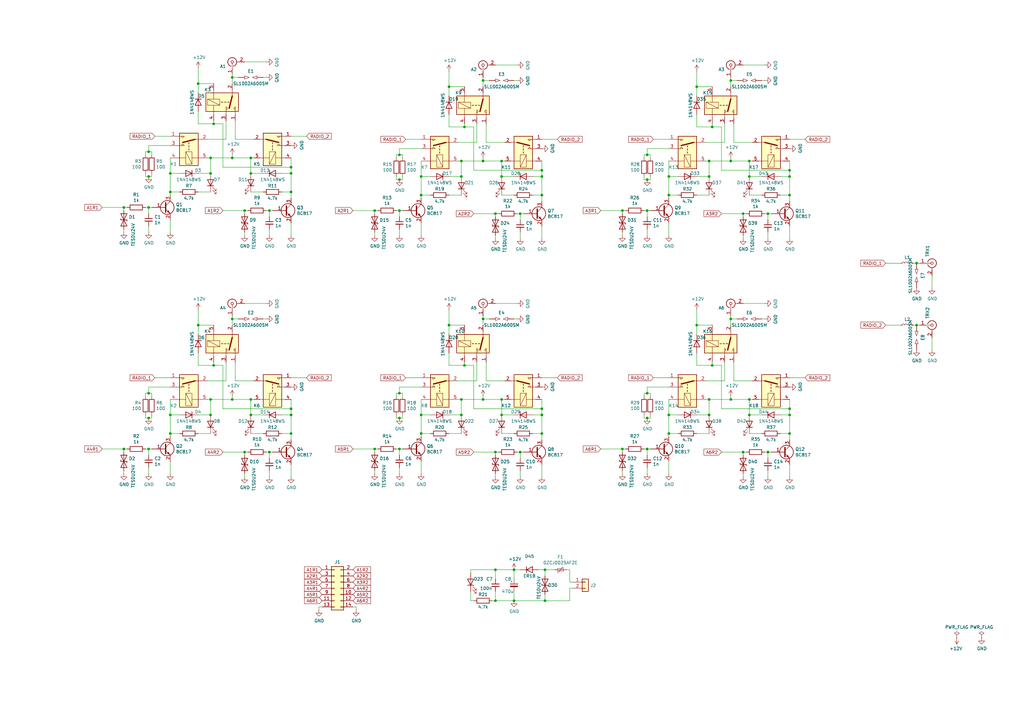
<source format=kicad_sch>
(kicad_sch (version 20250114) (generator "eeschema") (generator_version "9.0")
  (paper "A3")
  (title_block (title "6x2 Matrix Antenna Switch") (date "2020-05-09") (company "SQ9NJE Quirky Solutions"))
  (junction (at 314.96 87.63))
  (junction (at 87.63 50.8))
  (junction (at 304.8 185.42))
  (junction (at 205.74 72.39))
  (junction (at 274.32 72.39))
  (junction (at 307.34 163.83))
  (junction (at 299.72 66.04))
  (junction (at 213.36 185.42))
  (junction (at 172.72 72.39))
  (junction (at 50.8 85.09))
  (junction (at 184.15 35.56))
  (junction (at 163.83 184.15))
  (junction (at 323.85 69.85))
  (junction (at 60.96 62.23))
  (junction (at 198.12 130.81))
  (junction (at 50.8 184.15))
  (junction (at 292.1 149.86))
  (junction (at 119.38 68.58))
  (junction (at 110.49 86.36))
  (junction (at 255.27 86.36))
  (junction (at 307.34 170.18))
  (junction (at 110.49 185.42))
  (junction (at 265.43 73.66))
  (junction (at 375.92 107.95))
  (junction (at 323.85 170.18))
  (junction (at 323.85 72.39))
  (junction (at 189.23 170.18))
  (junction (at 274.32 80.01))
  (junction (at 290.83 66.04))
  (junction (at 86.36 71.12))
  (junction (at 255.27 184.15))
  (junction (at 119.38 167.64))
  (junction (at 307.34 66.04))
  (junction (at 222.25 72.39))
  (junction (at 265.43 171.45))
  (junction (at 314.96 185.42))
  (junction (at 86.36 163.83))
  (junction (at 60.96 171.45))
  (junction (at 290.83 163.83))
  (junction (at 265.43 161.29))
  (junction (at 102.87 170.18))
  (junction (at 60.96 85.09))
  (junction (at 210.82 246.38))
  (junction (at 299.72 33.02))
  (junction (at 203.2 185.42))
  (junction (at 292.1 52.07))
  (junction (at 102.87 71.12))
  (junction (at 375.92 133.35))
  (junction (at 205.74 163.83))
  (junction (at 190.5 52.07))
  (junction (at 205.74 66.04))
  (junction (at 323.85 167.64))
  (junction (at 172.72 170.18))
  (junction (at 163.83 63.5))
  (junction (at 81.28 133.35))
  (junction (at 222.25 170.18))
  (junction (at 198.12 163.83))
  (junction (at 323.85 177.8))
  (junction (at 163.83 161.29))
  (junction (at 119.38 78.74))
  (junction (at 69.85 170.18))
  (junction (at 172.72 177.8))
  (junction (at 299.72 130.81))
  (junction (at 172.72 80.01))
  (junction (at 323.85 80.01))
  (junction (at 119.38 71.12))
  (junction (at 184.15 133.35))
  (junction (at 87.63 149.86))
  (junction (at 190.5 149.86))
  (junction (at 100.33 86.36))
  (junction (at 81.28 34.29))
  (junction (at 95.25 64.77))
  (junction (at 163.83 73.66))
  (junction (at 69.85 78.74))
  (junction (at 198.12 66.04))
  (junction (at 60.96 184.15))
  (junction (at 290.83 72.39))
  (junction (at 290.83 170.18))
  (junction (at 189.23 163.83))
  (junction (at 222.25 80.01))
  (junction (at 198.12 33.02))
  (junction (at 274.32 170.18))
  (junction (at 189.23 66.04))
  (junction (at 210.82 233.68))
  (junction (at 265.43 63.5))
  (junction (at 299.72 163.83))
  (junction (at 95.25 31.75))
  (junction (at 205.74 170.18))
  (junction (at 223.52 246.38))
  (junction (at 265.43 86.36))
  (junction (at 203.2 246.38))
  (junction (at 307.34 72.39))
  (junction (at 304.8 87.63))
  (junction (at 60.96 161.29))
  (junction (at 222.25 177.8))
  (junction (at 119.38 177.8))
  (junction (at 69.85 177.8))
  (junction (at 153.67 86.36))
  (junction (at 100.33 185.42))
  (junction (at 95.25 163.83))
  (junction (at 119.38 170.18))
  (junction (at 102.87 163.83))
  (junction (at 69.85 71.12))
  (junction (at 285.75 133.35))
  (junction (at 274.32 177.8))
  (junction (at 163.83 171.45))
  (junction (at 60.96 72.39))
  (junction (at 86.36 64.77))
  (junction (at 203.2 233.68))
  (junction (at 86.36 170.18))
  (junction (at 222.25 69.85))
  (junction (at 163.83 86.36))
  (junction (at 153.67 184.15))
  (junction (at 285.75 35.56))
  (junction (at 265.43 184.15))
  (junction (at 222.25 167.64))
  (junction (at 213.36 87.63))
  (junction (at 95.25 130.81))
  (junction (at 203.2 87.63))
  (junction (at 189.23 72.39))
  (junction (at 102.87 64.77))
  (junction (at 223.52 233.68))
  (wire (pts (xy 190.5 52.07) (xy 194.31 52.07)))
  (wire (pts (xy 50.8 184.15) (xy 50.8 185.42)))
  (wire (pts (xy 363.22 107.95) (xy 369.57 107.95)))
  (wire (pts (xy 60.96 87.63) (xy 60.96 85.09)))
  (wire (pts (xy 62.23 171.45) (xy 62.23 170.18)))
  (wire (pts (xy 86.36 64.77) (xy 95.25 64.77)))
  (wire (pts (xy 198.12 162.56) (xy 198.12 163.83)))
  (wire (pts (xy 85.09 64.77) (xy 86.36 64.77)))
  (wire (pts (xy 97.79 130.81) (xy 95.25 130.81)))
  (wire (pts (xy 172.72 60.96) (xy 163.83 60.96)))
  (wire (pts (xy 60.96 72.39) (xy 62.23 72.39)))
  (wire (pts (xy 314.96 185.42) (xy 316.23 185.42)))
  (wire (pts (xy 274.32 66.04) (xy 274.32 72.39)))
  (wire (pts (xy 100.33 86.36) (xy 100.33 87.63)))
  (wire (pts (xy 184.15 127) (xy 184.15 133.35)))
  (wire (pts (xy 205.74 72.39) (xy 210.82 72.39)))
  (wire (pts (xy 218.44 72.39) (xy 222.25 72.39)))
  (wire (pts (xy 204.47 185.42) (xy 203.2 185.42)))
  (wire (pts (xy 184.15 149.86) (xy 190.5 149.86)))
  (wire (pts (xy 265.43 161.29) (xy 264.16 161.29)))
  (wire (pts (xy 195.58 58.42) (xy 195.58 50.8)))
  (wire (pts (xy 297.18 156.21) (xy 297.18 148.59)))
  (wire (pts (xy 265.43 171.45) (xy 266.7 171.45)))
  (wire (pts (xy 162.56 73.66) (xy 163.83 73.66)))
  (wire (pts (xy 87.63 50.8) (xy 91.44 50.8)))
  (wire (pts (xy 304.8 194.31) (xy 304.8 195.58)))
  (wire (pts (xy 218.44 80.01) (xy 222.25 80.01)))
  (wire (pts (xy 320.04 177.8) (xy 323.85 177.8)))
  (wire (pts (xy 382.27 143.51) (xy 382.27 138.43)))
  (wire (pts (xy 299.72 31.75) (xy 299.72 33.02)))
  (wire (pts (xy 193.04 242.57) (xy 193.04 246.38)))
  (wire (pts (xy 234.95 241.3) (xy 233.68 241.3)))
  (wire (pts (xy 144.78 248.92) (xy 146.05 248.92)))
  (wire (pts (xy 162.56 72.39) (xy 162.56 73.66)))
  (wire (pts (xy 374.65 133.35) (xy 375.92 133.35)))
  (wire (pts (xy 95.25 64.77) (xy 102.87 64.77)))
  (wire (pts (xy 323.85 69.85) (xy 323.85 66.04)))
  (wire (pts (xy 91.44 50.8) (xy 91.44 68.58)))
  (wire (pts (xy 314.96 87.63) (xy 316.23 87.63)))
  (wire (pts (xy 295.91 149.86) (xy 295.91 167.64)))
  (wire (pts (xy 119.38 71.12) (xy 119.38 68.58)))
  (wire (pts (xy 69.85 170.18) (xy 73.66 170.18)))
  (wire (pts (xy 172.72 177.8) (xy 172.72 179.07)))
  (wire (pts (xy 323.85 80.01) (xy 323.85 82.55)))
  (wire (pts (xy 300.99 50.8) (xy 300.99 58.42)))
  (wire (pts (xy 210.82 246.38) (xy 203.2 246.38)))
  (wire (pts (xy 266.7 73.66) (xy 266.7 72.39)))
  (wire (pts (xy 154.94 86.36) (xy 153.67 86.36)))
  (wire (pts (xy 69.85 189.23) (xy 69.85 194.31)))
  (wire (pts (xy 323.85 170.18) (xy 323.85 177.8)))
  (wire (pts (xy 233.68 241.3) (xy 233.68 246.38)))
  (wire (pts (xy 146.05 248.92) (xy 146.05 250.19)))
  (wire (pts (xy 314.96 193.04) (xy 314.96 195.58)))
  (wire (pts (xy 265.43 88.9) (xy 265.43 86.36)))
  (wire (pts (xy 213.36 187.96) (xy 213.36 185.42)))
  (wire (pts (xy 81.28 78.74) (xy 86.36 78.74)))
  (wire (pts (xy 278.13 177.8) (xy 274.32 177.8)))
  (wire (pts (xy 195.58 156.21) (xy 195.58 148.59)))
  (wire (pts (xy 154.94 184.15) (xy 153.67 184.15)))
  (wire (pts (xy 184.15 52.07) (xy 190.5 52.07)))
  (wire (pts (xy 87.63 133.35) (xy 81.28 133.35)))
  (wire (pts (xy 73.66 177.8) (xy 69.85 177.8)))
  (wire (pts (xy 290.83 66.04) (xy 299.72 66.04)))
  (wire (pts (xy 81.28 170.18) (xy 86.36 170.18)))
  (wire (pts (xy 299.72 129.54) (xy 299.72 130.81)))
  (wire (pts (xy 256.54 184.15) (xy 255.27 184.15)))
  (wire (pts (xy 59.69 85.09) (xy 60.96 85.09)))
  (wire (pts (xy 265.43 184.15) (xy 266.7 184.15)))
  (wire (pts (xy 102.87 64.77) (xy 104.14 64.77)))
  (wire (pts (xy 109.22 31.75) (xy 107.95 31.75)))
  (wire (pts (xy 81.28 71.12) (xy 86.36 71.12)))
  (wire (pts (xy 153.67 95.25) (xy 153.67 96.52)))
  (wire (pts (xy 69.85 59.69) (xy 60.96 59.69)))
  (wire (pts (xy 323.85 72.39) (xy 323.85 80.01)))
  (wire (pts (xy 292.1 133.35) (xy 285.75 133.35)))
  (wire (pts (xy 119.38 170.18) (xy 119.38 167.64)))
  (wire (pts (xy 60.96 85.09) (xy 62.23 85.09)))
  (wire (pts (xy 81.28 133.35) (xy 81.28 137.16)))
  (wire (pts (xy 222.25 170.18) (xy 222.25 167.64)))
  (wire (pts (xy 69.85 170.18) (xy 69.85 177.8)))
  (wire (pts (xy 100.33 185.42) (xy 100.33 186.69)))
  (wire (pts (xy 312.42 80.01) (xy 307.34 80.01)))
  (wire (pts (xy 115.57 78.74) (xy 119.38 78.74)))
  (wire (pts (xy 193.04 246.38) (xy 194.31 246.38)))
  (wire (pts (xy 198.12 130.81) (xy 198.12 133.35)))
  (wire (pts (xy 81.28 27.94) (xy 81.28 34.29)))
  (wire (pts (xy 110.49 185.42) (xy 111.76 185.42)))
  (wire (pts (xy 212.09 26.67) (xy 203.2 26.67)))
  (wire (pts (xy 295.91 167.64) (xy 323.85 167.64)))
  (wire (pts (xy 165.1 171.45) (xy 165.1 170.18)))
  (wire (pts (xy 95.25 31.75) (xy 95.25 34.29)))
  (wire (pts (xy 218.44 177.8) (xy 222.25 177.8)))
  (wire (pts (xy 166.37 154.94) (xy 172.72 154.94)))
  (wire (pts (xy 222.25 72.39) (xy 222.25 69.85)))
  (wire (pts (xy 190.5 149.86) (xy 194.31 149.86)))
  (wire (pts (xy 289.56 58.42) (xy 297.18 58.42)))
  (wire (pts (xy 313.69 130.81) (xy 312.42 130.81)))
  (wire (pts (xy 213.36 193.04) (xy 213.36 195.58)))
  (wire (pts (xy 153.67 184.15) (xy 153.67 185.42)))
  (wire (pts (xy 115.57 177.8) (xy 119.38 177.8)))
  (wire (pts (xy 59.69 62.23) (xy 59.69 63.5)))
  (wire (pts (xy 102.87 163.83) (xy 104.14 163.83)))
  (wire (pts (xy 313.69 26.67) (xy 304.8 26.67)))
  (wire (pts (xy 307.34 72.39) (xy 307.34 66.04)))
  (wire (pts (xy 109.22 124.46) (xy 100.33 124.46)))
  (wire (pts (xy 81.28 149.86) (xy 87.63 149.86)))
  (wire (pts (xy 176.53 80.01) (xy 172.72 80.01)))
  (wire (pts (xy 265.43 73.66) (xy 266.7 73.66)))
  (wire (pts (xy 60.96 186.69) (xy 60.96 184.15)))
  (wire (pts (xy 375.92 107.95) (xy 377.19 107.95)))
  (wire (pts (xy 189.23 170.18) (xy 189.23 163.83)))
  (wire (pts (xy 274.32 72.39) (xy 274.32 80.01)))
  (wire (pts (xy 144.78 184.15) (xy 153.67 184.15)))
  (wire (pts (xy 304.8 87.63) (xy 304.8 88.9)))
  (wire (pts (xy 163.83 171.45) (xy 165.1 171.45)))
  (wire (pts (xy 246.38 86.36) (xy 255.27 86.36)))
  (wire (pts (xy 290.83 72.39) (xy 290.83 66.04)))
  (wire (pts (xy 194.31 52.07) (xy 194.31 69.85)))
  (wire (pts (xy 41.91 184.15) (xy 50.8 184.15)))
  (wire (pts (xy 198.12 31.75) (xy 198.12 33.02)))
  (wire (pts (xy 163.83 86.36) (xy 165.1 86.36)))
  (wire (pts (xy 115.57 71.12) (xy 119.38 71.12)))
  (wire (pts (xy 190.5 133.35) (xy 184.15 133.35)))
  (wire (pts (xy 163.83 158.75) (xy 163.83 161.29)))
  (wire (pts (xy 193.04 234.95) (xy 193.04 233.68)))
  (wire (pts (xy 187.96 66.04) (xy 189.23 66.04)))
  (wire (pts (xy 205.74 72.39) (xy 205.74 66.04)))
  (wire (pts (xy 199.39 156.21) (xy 207.01 156.21)))
  (wire (pts (xy 312.42 177.8) (xy 307.34 177.8)))
  (wire (pts (xy 222.25 195.58) (xy 222.25 190.5)))
  (wire (pts (xy 100.33 194.31) (xy 100.33 195.58)))
  (wire (pts (xy 264.16 73.66) (xy 265.43 73.66)))
  (wire (pts (xy 86.36 170.18) (xy 86.36 163.83)))
  (wire (pts (xy 375.92 133.35) (xy 377.19 133.35)))
  (wire (pts (xy 255.27 86.36) (xy 255.27 87.63)))
  (wire (pts (xy 184.15 46.99) (xy 184.15 52.07)))
  (wire (pts (xy 302.26 130.81) (xy 299.72 130.81)))
  (wire (pts (xy 144.78 86.36) (xy 153.67 86.36)))
  (wire (pts (xy 285.75 127) (xy 285.75 133.35)))
  (wire (pts (xy 110.49 86.36) (xy 111.76 86.36)))
  (wire (pts (xy 193.04 233.68) (xy 203.2 233.68)))
  (wire (pts (xy 213.36 185.42) (xy 214.63 185.42)))
  (wire (pts (xy 274.32 72.39) (xy 278.13 72.39)))
  (wire (pts (xy 266.7 171.45) (xy 266.7 170.18)))
  (wire (pts (xy 107.95 78.74) (xy 102.87 78.74)))
  (wire (pts (xy 163.83 63.5) (xy 162.56 63.5)))
  (wire (pts (xy 285.75 72.39) (xy 290.83 72.39)))
  (wire (pts (xy 265.43 191.77) (xy 265.43 194.31)))
  (wire (pts (xy 60.96 161.29) (xy 59.69 161.29)))
  (wire (pts (xy 285.75 52.07) (xy 292.1 52.07)))
  (wire (pts (xy 210.82 80.01) (xy 205.74 80.01)))
  (wire (pts (xy 60.96 62.23) (xy 59.69 62.23)))
  (wire (pts (xy 307.34 163.83) (xy 308.61 163.83)))
  (wire (pts (xy 163.83 73.66) (xy 165.1 73.66)))
  (wire (pts (xy 187.96 58.42) (xy 195.58 58.42)))
  (wire (pts (xy 87.63 149.86) (xy 87.63 148.59)))
  (wire (pts (xy 110.49 88.9) (xy 110.49 86.36)))
  (wire (pts (xy 265.43 86.36) (xy 266.7 86.36)))
  (wire (pts (xy 323.85 195.58) (xy 323.85 190.5)))
  (wire (pts (xy 190.5 35.56) (xy 184.15 35.56)))
  (wire (pts (xy 323.85 154.94) (xy 330.2 154.94)))
  (wire (pts (xy 163.83 184.15) (xy 165.1 184.15)))
  (wire (pts (xy 69.85 90.17) (xy 69.85 95.25)))
  (wire (pts (xy 323.85 177.8) (xy 323.85 180.34)))
  (wire (pts (xy 213.36 90.17) (xy 213.36 87.63)))
  (wire (pts (xy 285.75 144.78) (xy 285.75 149.86)))
  (wire (pts (xy 115.57 170.18) (xy 119.38 170.18)))
  (wire (pts (xy 382.27 118.11) (xy 382.27 113.03)))
  (wire (pts (xy 374.65 107.95) (xy 375.92 107.95)))
  (wire (pts (xy 107.95 177.8) (xy 102.87 177.8)))
  (wire (pts (xy 87.63 34.29) (xy 81.28 34.29)))
  (wire (pts (xy 285.75 46.99) (xy 285.75 52.07)))
  (wire (pts (xy 172.72 170.18) (xy 176.53 170.18)))
  (wire (pts (xy 213.36 95.25) (xy 213.36 97.79)))
  (wire (pts (xy 306.07 87.63) (xy 304.8 87.63)))
  (wire (pts (xy 210.82 246.38) (xy 223.52 246.38)))
  (wire (pts (xy 222.25 170.18) (xy 222.25 177.8)))
  (wire (pts (xy 81.28 144.78) (xy 81.28 149.86)))
  (wire (pts (xy 201.93 246.38) (xy 203.2 246.38)))
  (wire (pts (xy 110.49 187.96) (xy 110.49 185.42)))
  (wire (pts (xy 194.31 167.64) (xy 222.25 167.64)))
  (wire (pts (xy 73.66 78.74) (xy 69.85 78.74)))
  (wire (pts (xy 295.91 87.63) (xy 304.8 87.63)))
  (wire (pts (xy 313.69 185.42) (xy 314.96 185.42)))
  (wire (pts (xy 290.83 163.83) (xy 299.72 163.83)))
  (wire (pts (xy 101.6 86.36) (xy 100.33 86.36)))
  (wire (pts (xy 256.54 86.36) (xy 255.27 86.36)))
  (wire (pts (xy 285.75 177.8) (xy 290.83 177.8)))
  (wire (pts (xy 92.71 57.15) (xy 92.71 49.53)))
  (wire (pts (xy 267.97 154.94) (xy 274.32 154.94)))
  (wire (pts (xy 162.56 170.18) (xy 162.56 171.45)))
  (wire (pts (xy 323.85 167.64) (xy 323.85 163.83)))
  (wire (pts (xy 314.96 90.17) (xy 314.96 87.63)))
  (wire (pts (xy 222.25 97.79) (xy 222.25 92.71)))
  (wire (pts (xy 69.85 71.12) (xy 69.85 78.74)))
  (wire (pts (xy 176.53 177.8) (xy 172.72 177.8)))
  (wire (pts (xy 274.32 91.44) (xy 274.32 96.52)))
  (wire (pts (xy 194.31 69.85) (xy 222.25 69.85)))
  (wire (pts (xy 199.39 50.8) (xy 199.39 58.42)))
  (wire (pts (xy 285.75 170.18) (xy 290.83 170.18)))
  (wire (pts (xy 199.39 148.59) (xy 199.39 156.21)))
  (wire (pts (xy 233.68 233.68) (xy 233.68 238.76)))
  (wire (pts (xy 210.82 233.68) (xy 203.2 233.68)))
  (wire (pts (xy 295.91 69.85) (xy 323.85 69.85)))
  (wire (pts (xy 292.1 52.07) (xy 295.91 52.07)))
  (wire (pts (xy 184.15 35.56) (xy 184.15 39.37)))
  (wire (pts (xy 323.85 170.18) (xy 323.85 167.64)))
  (wire (pts (xy 265.43 186.69) (xy 265.43 184.15)))
  (wire (pts (xy 153.67 86.36) (xy 153.67 87.63)))
  (wire (pts (xy 205.74 66.04) (xy 207.01 66.04)))
  (wire (pts (xy 323.85 72.39) (xy 323.85 69.85)))
  (wire (pts (xy 60.96 191.77) (xy 60.96 194.31)))
  (wire (pts (xy 212.09 87.63) (xy 213.36 87.63)))
  (wire (pts (xy 299.72 66.04) (xy 307.34 66.04)))
  (wire (pts (xy 292.1 35.56) (xy 285.75 35.56)))
  (wire (pts (xy 212.09 185.42) (xy 213.36 185.42)))
  (wire (pts (xy 95.25 30.48) (xy 95.25 31.75)))
  (wire (pts (xy 162.56 86.36) (xy 163.83 86.36)))
  (wire (pts (xy 194.31 149.86) (xy 194.31 167.64)))
  (wire (pts (xy 81.28 45.72) (xy 81.28 50.8)))
  (wire (pts (xy 297.18 58.42) (xy 297.18 50.8)))
  (wire (pts (xy 203.2 96.52) (xy 203.2 97.79)))
  (wire (pts (xy 153.67 193.04) (xy 153.67 194.31)))
  (wire (pts (xy 60.96 171.45) (xy 62.23 171.45)))
  (wire (pts (xy 274.32 189.23) (xy 274.32 194.31)))
  (wire (pts (xy 60.96 59.69) (xy 60.96 62.23)))
  (wire (pts (xy 274.32 177.8) (xy 274.32 179.07)))
  (wire (pts (xy 204.47 87.63) (xy 203.2 87.63)))
  (wire (pts (xy 87.63 50.8) (xy 87.63 49.53)))
  (wire (pts (xy 184.15 72.39) (xy 189.23 72.39)))
  (wire (pts (xy 194.31 87.63) (xy 203.2 87.63)))
  (wire (pts (xy 109.22 130.81) (xy 107.95 130.81)))
  (wire (pts (xy 285.75 133.35) (xy 285.75 137.16)))
  (wire (pts (xy 212.09 33.02) (xy 210.82 33.02)))
  (wire (pts (xy 267.97 57.15) (xy 274.32 57.15)))
  (wire (pts (xy 265.43 63.5) (xy 264.16 63.5)))
  (wire (pts (xy 205.74 170.18) (xy 210.82 170.18)))
  (wire (pts (xy 60.96 158.75) (xy 60.96 161.29)))
  (wire (pts (xy 62.23 161.29) (xy 62.23 162.56)))
  (wire (pts (xy 119.38 177.8) (xy 119.38 180.34)))
  (wire (pts (xy 266.7 63.5) (xy 266.7 64.77)))
  (wire (pts (xy 307.34 72.39) (xy 312.42 72.39)))
  (wire (pts (xy 323.85 97.79) (xy 323.85 92.71)))
  (wire (pts (xy 265.43 161.29) (xy 266.7 161.29)))
  (wire (pts (xy 85.09 57.15) (xy 92.71 57.15)))
  (wire (pts (xy 91.44 149.86) (xy 91.44 167.64)))
  (wire (pts (xy 172.72 170.18) (xy 172.72 177.8)))
  (wire (pts (xy 172.72 80.01) (xy 172.72 81.28)))
  (wire (pts (xy 210.82 237.49) (xy 210.82 233.68)))
  (wire (pts (xy 60.96 184.15) (xy 62.23 184.15)))
  (wire (pts (xy 119.38 154.94) (xy 125.73 154.94)))
  (wire (pts (xy 50.8 85.09) (xy 50.8 86.36)))
  (wire (pts (xy 50.8 193.04) (xy 50.8 194.31)))
  (wire (pts (xy 222.25 154.94) (xy 228.6 154.94)))
  (wire (pts (xy 222.25 80.01) (xy 222.25 82.55)))
  (wire (pts (xy 109.22 86.36) (xy 110.49 86.36)))
  (wire (pts (xy 162.56 63.5) (xy 162.56 64.77)))
  (wire (pts (xy 119.38 68.58) (xy 119.38 64.77)))
  (wire (pts (xy 265.43 63.5) (xy 266.7 63.5)))
  (wire (pts (xy 233.68 238.76) (xy 234.95 238.76)))
  (wire (pts (xy 200.66 33.02) (xy 198.12 33.02)))
  (wire (pts (xy 187.96 163.83) (xy 189.23 163.83)))
  (wire (pts (xy 323.85 57.15) (xy 330.2 57.15)))
  (wire (pts (xy 198.12 129.54) (xy 198.12 130.81)))
  (wire (pts (xy 184.15 133.35) (xy 184.15 137.16)))
  (wire (pts (xy 190.5 149.86) (xy 190.5 148.59)))
  (wire (pts (xy 109.22 185.42) (xy 110.49 185.42)))
  (wire (pts (xy 91.44 68.58) (xy 119.38 68.58)))
  (wire (pts (xy 96.52 57.15) (xy 104.14 57.15)))
  (wire (pts (xy 62.23 72.39) (xy 62.23 71.12)))
  (wire (pts (xy 50.8 93.98) (xy 50.8 95.25)))
  (wire (pts (xy 314.96 95.25) (xy 314.96 97.79)))
  (wire (pts (xy 220.98 233.68) (xy 223.52 233.68)))
  (wire (pts (xy 110.49 93.98) (xy 110.49 96.52)))
  (wire (pts (xy 299.72 130.81) (xy 299.72 133.35)))
  (wire (pts (xy 100.33 95.25) (xy 100.33 96.52)))
  (wire (pts (xy 184.15 177.8) (xy 189.23 177.8)))
  (wire (pts (xy 210.82 177.8) (xy 205.74 177.8)))
  (wire (pts (xy 119.38 170.18) (xy 119.38 177.8)))
  (wire (pts (xy 292.1 52.07) (xy 292.1 50.8)))
  (wire (pts (xy 69.85 158.75) (xy 60.96 158.75)))
  (wire (pts (xy 95.25 130.81) (xy 95.25 133.35)))
  (wire (pts (xy 205.74 163.83) (xy 207.01 163.83)))
  (wire (pts (xy 92.71 156.21) (xy 92.71 148.59)))
  (wire (pts (xy 96.52 156.21) (xy 104.14 156.21)))
  (wire (pts (xy 86.36 71.12) (xy 86.36 64.77)))
  (wire (pts (xy 119.38 195.58) (xy 119.38 190.5)))
  (wire (pts (xy 313.69 33.02) (xy 312.42 33.02)))
  (wire (pts (xy 119.38 78.74) (xy 119.38 81.28)))
  (wire (pts (xy 274.32 170.18) (xy 274.32 177.8)))
  (wire (pts (xy 304.8 96.52) (xy 304.8 97.79)))
  (wire (pts (xy 81.28 177.8) (xy 86.36 177.8)))
  (wire (pts (xy 81.28 50.8) (xy 87.63 50.8)))
  (wire (pts (xy 222.25 177.8) (xy 222.25 180.34)))
  (wire (pts (xy 102.87 71.12) (xy 107.95 71.12)))
  (wire (pts (xy 300.99 58.42) (xy 308.61 58.42)))
  (wire (pts (xy 95.25 162.56) (xy 95.25 163.83)))
  (wire (pts (xy 299.72 162.56) (xy 299.72 163.83)))
  (wire (pts (xy 52.07 184.15) (xy 50.8 184.15)))
  (wire (pts (xy 172.72 66.04) (xy 172.72 72.39)))
  (wire (pts (xy 194.31 185.42) (xy 203.2 185.42)))
  (wire (pts (xy 246.38 184.15) (xy 255.27 184.15)))
  (wire (pts (xy 203.2 185.42) (xy 203.2 186.69)))
  (wire (pts (xy 222.25 72.39) (xy 222.25 80.01)))
  (wire (pts (xy 218.44 170.18) (xy 222.25 170.18)))
  (wire (pts (xy 91.44 185.42) (xy 100.33 185.42)))
  (wire (pts (xy 165.1 63.5) (xy 165.1 64.77)))
  (wire (pts (xy 264.16 170.18) (xy 264.16 171.45)))
  (wire (pts (xy 184.15 144.78) (xy 184.15 149.86)))
  (wire (pts (xy 132.08 248.92) (xy 130.81 248.92)))
  (wire (pts (xy 52.07 85.09) (xy 50.8 85.09)))
  (wire (pts (xy 69.85 163.83) (xy 69.85 170.18)))
  (wire (pts (xy 320.04 80.01) (xy 323.85 80.01)))
  (wire (pts (xy 69.85 177.8) (xy 69.85 179.07)))
  (wire (pts (xy 285.75 149.86) (xy 292.1 149.86)))
  (wire (pts (xy 265.43 60.96) (xy 265.43 63.5)))
  (wire (pts (xy 102.87 71.12) (xy 102.87 64.77)))
  (wire (pts (xy 190.5 52.07) (xy 190.5 50.8)))
  (wire (pts (xy 59.69 184.15) (xy 60.96 184.15)))
  (wire (pts (xy 163.83 191.77) (xy 163.83 194.31)))
  (wire (pts (xy 223.52 246.38) (xy 233.68 246.38)))
  (wire (pts (xy 274.32 163.83) (xy 274.32 170.18)))
  (wire (pts (xy 63.5 55.88) (xy 69.85 55.88)))
  (wire (pts (xy 166.37 57.15) (xy 172.72 57.15)))
  (wire (pts (xy 302.26 33.02) (xy 299.72 33.02)))
  (wire (pts (xy 199.39 58.42) (xy 207.01 58.42)))
  (wire (pts (xy 265.43 93.98) (xy 265.43 96.52)))
  (wire (pts (xy 264.16 161.29) (xy 264.16 162.56)))
  (wire (pts (xy 223.52 236.22) (xy 223.52 233.68)))
  (wire (pts (xy 205.74 170.18) (xy 205.74 163.83)))
  (wire (pts (xy 69.85 64.77) (xy 69.85 71.12)))
  (wire (pts (xy 212.09 124.46) (xy 203.2 124.46)))
  (wire (pts (xy 172.72 72.39) (xy 172.72 80.01)))
  (wire (pts (xy 172.72 163.83) (xy 172.72 170.18)))
  (wire (pts (xy 102.87 170.18) (xy 102.87 163.83)))
  (wire (pts (xy 203.2 246.38) (xy 203.2 242.57)))
  (wire (pts (xy 41.91 85.09) (xy 50.8 85.09)))
  (wire (pts (xy 264.16 63.5) (xy 264.16 64.77)))
  (wire (pts (xy 97.79 31.75) (xy 95.25 31.75)))
  (wire (pts (xy 172.72 158.75) (xy 163.83 158.75)))
  (wire (pts (xy 102.87 170.18) (xy 107.95 170.18)))
  (wire (pts (xy 210.82 233.68) (xy 213.36 233.68)))
  (wire (pts (xy 264.16 86.36) (xy 265.43 86.36)))
  (wire (pts (xy 313.69 87.63) (xy 314.96 87.63)))
  (wire (pts (xy 198.12 66.04) (xy 205.74 66.04)))
  (wire (pts (xy 163.83 63.5) (xy 165.1 63.5)))
  (wire (pts (xy 300.99 148.59) (xy 300.99 156.21)))
  (wire (pts (xy 255.27 95.25) (xy 255.27 96.52)))
  (wire (pts (xy 162.56 184.15) (xy 163.83 184.15)))
  (wire (pts (xy 162.56 171.45) (xy 163.83 171.45)))
  (wire (pts (xy 60.96 161.29) (xy 62.23 161.29)))
  (wire (pts (xy 313.69 124.46) (xy 304.8 124.46)))
  (wire (pts (xy 165.1 161.29) (xy 165.1 162.56)))
  (wire (pts (xy 109.22 25.4) (xy 100.33 25.4)))
  (wire (pts (xy 300.99 156.21) (xy 308.61 156.21)))
  (wire (pts (xy 96.52 148.59) (xy 96.52 156.21)))
  (wire (pts (xy 184.15 29.21) (xy 184.15 35.56)))
  (wire (pts (xy 165.1 73.66) (xy 165.1 72.39)))
  (wire (pts (xy 81.28 127) (xy 81.28 133.35)))
  (wire (pts (xy 289.56 66.04) (xy 290.83 66.04)))
  (wire (pts (xy 162.56 161.29) (xy 162.56 162.56)))
  (wire (pts (xy 69.85 71.12) (xy 73.66 71.12)))
  (wire (pts (xy 62.23 62.23) (xy 62.23 63.5)))
  (wire (pts (xy 285.75 80.01) (xy 290.83 80.01)))
  (wire (pts (xy 299.72 163.83) (xy 307.34 163.83)))
  (wire (pts (xy 210.82 246.38) (xy 210.82 242.57)))
  (wire (pts (xy 203.2 87.63) (xy 203.2 88.9)))
  (wire (pts (xy 184.15 170.18) (xy 189.23 170.18)))
  (wire (pts (xy 285.75 35.56) (xy 285.75 39.37)))
  (wire (pts (xy 314.96 187.96) (xy 314.96 185.42)))
  (wire (pts (xy 172.72 72.39) (xy 176.53 72.39)))
  (wire (pts (xy 95.25 163.83) (xy 102.87 163.83)))
  (wire (pts (xy 81.28 34.29) (xy 81.28 38.1)))
  (wire (pts (xy 69.85 78.74) (xy 69.85 80.01)))
  (wire (pts (xy 119.38 96.52) (xy 119.38 91.44)))
  (wire (pts (xy 59.69 171.45) (xy 60.96 171.45)))
  (wire (pts (xy 184.15 80.01) (xy 189.23 80.01)))
  (wire (pts (xy 363.22 133.35) (xy 369.57 133.35)))
  (wire (pts (xy 266.7 161.29) (xy 266.7 162.56)))
  (wire (pts (xy 222.25 69.85) (xy 222.25 66.04)))
  (wire (pts (xy 130.81 248.92) (xy 130.81 250.19)))
  (wire (pts (xy 163.83 161.29) (xy 162.56 161.29)))
  (wire (pts (xy 213.36 87.63) (xy 214.63 87.63)))
  (wire (pts (xy 289.56 163.83) (xy 290.83 163.83)))
  (wire (pts (xy 295.91 185.42) (xy 304.8 185.42)))
  (wire (pts (xy 255.27 193.04) (xy 255.27 194.31)))
  (wire (pts (xy 86.36 163.83) (xy 95.25 163.83)))
  (wire (pts (xy 91.44 167.64) (xy 119.38 167.64)))
  (wire (pts (xy 59.69 170.18) (xy 59.69 171.45)))
  (wire (pts (xy 85.09 156.21) (xy 92.71 156.21)))
  (wire (pts (xy 163.83 186.69) (xy 163.83 184.15)))
  (wire (pts (xy 95.25 63.5) (xy 95.25 64.77)))
  (wire (pts (xy 119.38 71.12) (xy 119.38 78.74)))
  (wire (pts (xy 274.32 60.96) (xy 265.43 60.96)))
  (wire (pts (xy 119.38 167.64) (xy 119.38 163.83)))
  (wire (pts (xy 91.44 86.36) (xy 100.33 86.36)))
  (wire (pts (xy 304.8 185.42) (xy 304.8 186.69)))
  (wire (pts (xy 320.04 72.39) (xy 323.85 72.39)))
  (wire (pts (xy 212.09 130.81) (xy 210.82 130.81)))
  (wire (pts (xy 87.63 149.86) (xy 91.44 149.86)))
  (wire (pts (xy 60.96 62.23) (xy 62.23 62.23)))
  (wire (pts (xy 307.34 170.18) (xy 307.34 163.83)))
  (wire (pts (xy 172.72 189.23) (xy 172.72 194.31)))
  (wire (pts (xy 290.83 170.18) (xy 290.83 163.83)))
  (wire (pts (xy 292.1 149.86) (xy 295.91 149.86)))
  (wire (pts (xy 60.96 92.71) (xy 60.96 95.25)))
  (wire (pts (xy 59.69 72.39) (xy 60.96 72.39)))
  (wire (pts (xy 223.52 243.84) (xy 223.52 246.38)))
  (wire (pts (xy 264.16 184.15) (xy 265.43 184.15)))
  (wire (pts (xy 101.6 185.42) (xy 100.33 185.42)))
  (wire (pts (xy 299.72 64.77) (xy 299.72 66.04)))
  (wire (pts (xy 110.49 193.04) (xy 110.49 195.58)))
  (wire (pts (xy 198.12 33.02) (xy 198.12 35.56)))
  (wire (pts (xy 292.1 149.86) (xy 292.1 148.59)))
  (wire (pts (xy 264.16 72.39) (xy 264.16 73.66)))
  (wire (pts (xy 189.23 66.04) (xy 198.12 66.04)))
  (wire (pts (xy 85.09 163.83) (xy 86.36 163.83)))
  (wire (pts (xy 96.52 49.53) (xy 96.52 57.15)))
  (wire (pts (xy 95.25 129.54) (xy 95.25 130.81)))
  (wire (pts (xy 232.41 233.68) (xy 233.68 233.68)))
  (wire (pts (xy 163.83 161.29) (xy 165.1 161.29)))
  (wire (pts (xy 265.43 158.75) (xy 265.43 161.29)))
  (wire (pts (xy 223.52 233.68) (xy 227.33 233.68)))
  (wire (pts (xy 278.13 80.01) (xy 274.32 80.01)))
  (wire (pts (xy 320.04 170.18) (xy 323.85 170.18)))
  (wire (pts (xy 163.83 88.9) (xy 163.83 86.36)))
  (wire (pts (xy 119.38 55.88) (xy 125.73 55.88)))
  (wire (pts (xy 198.12 163.83) (xy 205.74 163.83)))
  (wire (pts (xy 222.25 167.64) (xy 222.25 163.83)))
  (wire (pts (xy 172.72 91.44) (xy 172.72 96.52)))
  (wire (pts (xy 299.72 33.02) (xy 299.72 35.56)))
  (wire (pts (xy 187.96 156.21) (xy 195.58 156.21)))
  (wire (pts (xy 198.12 64.77) (xy 198.12 66.04)))
  (wire (pts (xy 307.34 170.18) (xy 312.42 170.18)))
  (wire (pts (xy 285.75 29.21) (xy 285.75 35.56)))
  (wire (pts (xy 264.16 171.45) (xy 265.43 171.45)))
  (wire (pts (xy 295.91 52.07) (xy 295.91 69.85)))
  (wire (pts (xy 189.23 163.83) (xy 198.12 163.83)))
  (wire (pts (xy 189.23 72.39) (xy 189.23 66.04)))
  (wire (pts (xy 63.5 154.94) (xy 69.85 154.94)))
  (wire (pts (xy 274.32 80.01) (xy 274.32 81.28)))
  (wire (pts (xy 306.07 185.42) (xy 304.8 185.42)))
  (wire (pts (xy 59.69 161.29) (xy 59.69 162.56)))
  (wire (pts (xy 59.69 71.12) (xy 59.69 72.39)))
  (wire (pts (xy 289.56 156.21) (xy 297.18 156.21)))
  (wire (pts (xy 307.34 66.04) (xy 308.61 66.04)))
  (wire (pts (xy 163.83 60.96) (xy 163.83 63.5)))
  (wire (pts (xy 203.2 194.31) (xy 203.2 195.58)))
  (wire (pts (xy 274.32 158.75) (xy 265.43 158.75)))
  (wire (pts (xy 203.2 233.68) (xy 203.2 237.49)))
  (wire (pts (xy 163.83 93.98) (xy 163.83 96.52)))
  (wire (pts (xy 222.25 57.15) (xy 228.6 57.15)))
  (wire (pts (xy 274.32 170.18) (xy 278.13 170.18)))
  (wire (pts (xy 255.27 184.15) (xy 255.27 185.42)))
  (wire (pts (xy 200.66 130.81) (xy 198.12 130.81)))
  (global_label "A5R1" (shape input) (at 144.78 184.15 180) (property "Intersheetrefs" "${INTERSHEET_REFS}" (effects (hide yes))))
  (global_label "A2R2" (shape input) (at 144.78 236.22 0) (property "Intersheetrefs" "${INTERSHEET_REFS}" (effects (hide yes))))
  (global_label "A6R2" (shape input) (at 295.91 185.42 180) (property "Intersheetrefs" "${INTERSHEET_REFS}" (effects (hide yes))))
  (global_label "A5R1" (shape input) (at 132.08 243.84 180) (property "Intersheetrefs" "${INTERSHEET_REFS}" (effects (hide yes))))
  (global_label "RADIO_2" (shape input) (at 125.73 154.94 0) (property "Intersheetrefs" "${INTERSHEET_REFS}" (effects (hide yes))))
  (global_label "A1R1" (shape input) (at 41.91 85.09 180) (property "Intersheetrefs" "${INTERSHEET_REFS}" (effects (hide yes))))
  (global_label "RADIO_1" (shape input) (at 267.97 154.94 180) (property "Intersheetrefs" "${INTERSHEET_REFS}" (effects (hide yes))))
  (global_label "A2R1" (shape input) (at 144.78 86.36 180) (property "Intersheetrefs" "${INTERSHEET_REFS}" (effects (hide yes))))
  (global_label "A4R2" (shape input) (at 144.78 241.3 0) (property "Intersheetrefs" "${INTERSHEET_REFS}" (effects (hide yes))))
  (global_label "A2R2" (shape input) (at 194.31 87.63 180) (property "Intersheetrefs" "${INTERSHEET_REFS}" (effects (hide yes))))
  (global_label "RADIO_2" (shape input) (at 228.6 154.94 0) (property "Intersheetrefs" "${INTERSHEET_REFS}" (effects (hide yes))))
  (global_label "RADIO_1" (shape input) (at 363.22 107.95 180) (property "Intersheetrefs" "${INTERSHEET_REFS}" (effects (hide yes))))
  (global_label "A3R2" (shape input) (at 295.91 87.63 180) (property "Intersheetrefs" "${INTERSHEET_REFS}" (effects (hide yes))))
  (global_label "A3R2" (shape input) (at 144.78 238.76 0) (property "Intersheetrefs" "${INTERSHEET_REFS}" (effects (hide yes))))
  (global_label "A1R2" (shape input) (at 91.44 86.36 180) (property "Intersheetrefs" "${INTERSHEET_REFS}" (effects (hide yes))))
  (global_label "A1R1" (shape input) (at 132.08 233.68 180) (property "Intersheetrefs" "${INTERSHEET_REFS}" (effects (hide yes))))
  (global_label "A3R1" (shape input) (at 132.08 238.76 180) (property "Intersheetrefs" "${INTERSHEET_REFS}" (effects (hide yes))))
  (global_label "RADIO_2" (shape input) (at 228.6 57.15 0) (property "Intersheetrefs" "${INTERSHEET_REFS}" (effects (hide yes))))
  (global_label "RADIO_2" (shape input) (at 330.2 154.94 0) (property "Intersheetrefs" "${INTERSHEET_REFS}" (effects (hide yes))))
  (global_label "A6R1" (shape input) (at 132.08 246.38 180) (property "Intersheetrefs" "${INTERSHEET_REFS}" (effects (hide yes))))
  (global_label "RADIO_1" (shape input) (at 63.5 154.94 180) (property "Intersheetrefs" "${INTERSHEET_REFS}" (effects (hide yes))))
  (global_label "RADIO_1" (shape input) (at 267.97 57.15 180) (property "Intersheetrefs" "${INTERSHEET_REFS}" (effects (hide yes))))
  (global_label "RADIO_2" (shape input) (at 330.2 57.15 0) (property "Intersheetrefs" "${INTERSHEET_REFS}" (effects (hide yes))))
  (global_label "RADIO_2" (shape input) (at 363.22 133.35 180) (property "Intersheetrefs" "${INTERSHEET_REFS}" (effects (hide yes))))
  (global_label "A4R2" (shape input) (at 91.44 185.42 180) (property "Intersheetrefs" "${INTERSHEET_REFS}" (effects (hide yes))))
  (global_label "RADIO_1" (shape input) (at 63.5 55.88 180) (property "Intersheetrefs" "${INTERSHEET_REFS}" (effects (hide yes))))
  (global_label "A3R1" (shape input) (at 246.38 86.36 180) (property "Intersheetrefs" "${INTERSHEET_REFS}" (effects (hide yes))))
  (global_label "RADIO_1" (shape input) (at 166.37 154.94 180) (property "Intersheetrefs" "${INTERSHEET_REFS}" (effects (hide yes))))
  (global_label "A5R2" (shape input) (at 194.31 185.42 180) (property "Intersheetrefs" "${INTERSHEET_REFS}" (effects (hide yes))))
  (global_label "RADIO_2" (shape input) (at 125.73 55.88 0) (property "Intersheetrefs" "${INTERSHEET_REFS}" (effects (hide yes))))
  (global_label "A6R1" (shape input) (at 246.38 184.15 180) (property "Intersheetrefs" "${INTERSHEET_REFS}" (effects (hide yes))))
  (global_label "A4R1" (shape input) (at 41.91 184.15 180) (property "Intersheetrefs" "${INTERSHEET_REFS}" (effects (hide yes))))
  (global_label "RADIO_1" (shape input) (at 166.37 57.15 180) (property "Intersheetrefs" "${INTERSHEET_REFS}" (effects (hide yes))))
  (global_label "A4R1" (shape input) (at 132.08 241.3 180) (property "Intersheetrefs" "${INTERSHEET_REFS}" (effects (hide yes))))
  (global_label "A6R2" (shape input) (at 144.78 246.38 0) (property "Intersheetrefs" "${INTERSHEET_REFS}" (effects (hide yes))))
  (global_label "A1R2" (shape input) (at 144.78 233.68 0) (property "Intersheetrefs" "${INTERSHEET_REFS}" (effects (hide yes))))
  (global_label "A2R1" (shape input) (at 132.08 236.22 180) (property "Intersheetrefs" "${INTERSHEET_REFS}" (effects (hide yes))))
  (global_label "A5R2" (shape input) (at 144.78 243.84 0) (property "Intersheetrefs" "${INTERSHEET_REFS}" (effects (hide yes))))
  (symbol (lib_id "relay_module:Fujitsu_FTR-K1C") (at 90.17 41.91 90) (mirror x) (unit 1)
    (property "Reference" "K3" (at 83.82 36.83 90) (effects (justify right)))
    (property "Value" "Fujitsu_FTR-K1C" (effects (hide yes)))
    (property "Footprint" "QS_RF:Relay_DPDT_Fujitsu_FTR-K1C" (effects (hide yes)))
    (property "Datasheet" "https://www.fujitsu.com/downloads/MICRO/fcai/relays/ftr-f1.pdf" (effects (hide yes)))
  )
  (symbol (lib_id "Connector:Conn_Coaxial") (at 95.25 25.4 90) (unit 1)
    (property "Reference" "A1" (at 92.71 27.2288 90) (effects (justify left)))
    (property "Value" "Conn_Coaxial" (effects (hide yes)))
    (property "Footprint" "QS_RF:UC1-Square-2HolesRight" (effects (hide yes)))
    (property "Datasheet" " ~" (effects (hide yes)))
  )
  (symbol (lib_id "Diode:1N4148WS") (at 81.28 41.91 270) (unit 1)
    (property "Reference" "D5" (at 81.28 39.37 90) (effects (justify left)))
    (property "Value" "1N4148WS" (at 78.74 36.83 0) (effects (justify left)))
    (property "Footprint" "Diode_SMD:D_SOD-323" (effects (hide yes)))
    (property "Datasheet" "https://www.vishay.com/docs/85751/1n4148ws.pdf" (effects (hide yes)))
  )
  (symbol (lib_id "relay_module:Fujitsu_FTR-K1C") (at 77.47 62.23 180) (unit 1)
    (property "Reference" "K1" (at 69.85 67.31 0) (effects (justify right)))
    (property "Value" "Fujitsu_FTR-K1C" (effects (hide yes)))
    (property "Footprint" "QS_RF:Relay_DPDT_Fujitsu_FTR-K1C" (effects (hide yes)))
    (property "Datasheet" "https://www.fujitsu.com/downloads/MICRO/fcai/relays/ftr-f1.pdf" (effects (hide yes)))
  )
  (symbol (lib_id "Diode:1N4148WS") (at 77.47 71.12 180) (unit 1)
    (property "Reference" "D3" (at 82.55 69.85 0) (effects (justify left)))
    (property "Value" "1N4148WS" (at 82.55 73.66 0) (effects (justify left)))
    (property "Footprint" "Diode_SMD:D_SOD-323" (effects (hide yes)))
    (property "Datasheet" "https://www.vishay.com/docs/85751/1n4148ws.pdf" (effects (hide yes)))
  )
  (symbol (lib_id "relay_module:Fujitsu_FTR-K1C") (at 111.76 62.23 0) (mirror x) (unit 1)
    (property "Reference" "K5" (at 106.68 67.31 0) (effects (justify right)))
    (property "Value" "Fujitsu_FTR-K1C" (effects (hide yes)))
    (property "Footprint" "QS_RF:Relay_DPDT_Fujitsu_FTR-K1C" (effects (hide yes)))
    (property "Datasheet" "https://www.fujitsu.com/downloads/MICRO/fcai/relays/ftr-f1.pdf" (effects (hide yes)))
  )
  (symbol (lib_id "Diode:1N4148WS") (at 111.76 71.12 0) (mirror x) (unit 1)
    (property "Reference" "D13" (at 106.68 69.85 0) (effects (justify left)))
    (property "Value" "1N4148WS" (at 106.68 73.66 0) (effects (justify left)))
    (property "Footprint" "Diode_SMD:D_SOD-323" (effects (hide yes)))
    (property "Datasheet" "https://www.vishay.com/docs/85751/1n4148ws.pdf" (effects (hide yes)))
  )
  (symbol (lib_id "Device:D") (at 217.17 233.68 0) (unit 1)
    (property "Reference" "D45" (at 217.17 228.1936 0))
    (property "Value" "ER1B" (at 217.17 236.22 0))
    (property "Footprint" "Diode_SMD:D_SMA_Handsoldering" (effects (hide yes)))
  )
  (symbol (lib_id "power:GND") (at 119.38 59.69 90) (unit 1)
    (property "Reference" "#PWR021" (effects (hide yes)))
    (property "Value" "GND" (at 123.7742 59.563 0))
  )
  (symbol (lib_id "Device:R") (at 62.23 67.31 0) (unit 1)
    (property "Reference" "R5" (at 64.008 66.1416 0) (effects (justify left)))
    (property "Value" "100" (at 64.008 68.453 0) (effects (justify left)))
    (property "Footprint" "Resistor_SMD:R_2512_6332Metric_Pad1.52x3.35mm_HandSolder" (effects (hide yes)))
  )
  (symbol (lib_id "Device:R") (at 59.69 67.31 0) (mirror x) (unit 1)
    (property "Reference" "R3" (at 57.9374 66.1416 0) (effects (justify right)))
    (property "Value" "100" (at 57.9374 68.453 0) (effects (justify right)))
    (property "Footprint" "Resistor_SMD:R_2512_6332Metric_Pad1.52x3.35mm_HandSolder" (effects (hide yes)))
  )
  (symbol (lib_id "power:GND") (at 60.96 72.39 0) (unit 1)
    (property "Reference" "#PWR03" (effects (hide yes)))
    (property "Value" "GND" (at 61.087 76.7842 0))
  )
  (symbol (lib_id "power:+12V") (at 81.28 27.94 0) (unit 1)
    (property "Reference" "#PWR09" (effects (hide yes)))
    (property "Value" "+12V" (at 81.661 23.5458 0))
  )
  (symbol (lib_id "power:GND") (at 109.22 25.4 90) (mirror x) (unit 1)
    (property "Reference" "#PWR015" (effects (hide yes)))
    (property "Value" "GND" (at 113.6142 25.527 0))
  )
  (symbol (lib_id "power:+12V") (at 95.25 63.5 0) (unit 1)
    (property "Reference" "#PWR011" (effects (hide yes)))
    (property "Value" "+12V" (at 95.631 59.1058 0))
  )
  (symbol (lib_id "Device:R") (at 105.41 86.36 270) (unit 1)
    (property "Reference" "R9" (at 105.41 81.1022 90))
    (property "Value" "1k" (at 105.41 83.4136 90))
    (property "Footprint" "Resistor_SMD:R_0805_2012Metric_Pad1.15x1.40mm_HandSolder" (effects (hide yes)))
  )
  (symbol (lib_id "Device:R") (at 55.88 85.09 270) (unit 1)
    (property "Reference" "R1" (at 55.88 79.8322 90))
    (property "Value" "1k" (at 55.88 82.1436 90))
    (property "Footprint" "Resistor_SMD:R_0805_2012Metric_Pad1.15x1.40mm_HandSolder" (effects (hide yes)))
  )
  (symbol (lib_id "power:GND") (at 69.85 95.25 0) (unit 1)
    (property "Reference" "#PWR07" (effects (hide yes)))
    (property "Value" "GND" (at 69.977 99.6442 0))
  )
  (symbol (lib_id "power:GND") (at 119.38 96.52 0) (unit 1)
    (property "Reference" "#PWR022" (effects (hide yes)))
    (property "Value" "GND" (at 119.507 100.9142 0))
  )
  (symbol (lib_id "Connector_Generic:Conn_02x07_Odd_Even") (at 137.16 241.3 0) (unit 1)
    (property "Reference" "J1" (at 138.43 230.505 0))
    (property "Value" "Conn_02x07_Odd_Even" (effects (hide yes)))
    (property "Footprint" "Connector_IDC:IDC-Header_2x07_P2.54mm_Vertical" (effects (hide yes)))
  )
  (symbol (lib_id "power:GND") (at 130.81 250.19 0) (unit 1)
    (property "Reference" "#PWR025" (effects (hide yes)))
    (property "Value" "GND" (at 130.937 254.5842 0))
  )
  (symbol (lib_id "power:GND") (at 146.05 250.19 0) (unit 1)
    (property "Reference" "#PWR026" (effects (hide yes)))
    (property "Value" "GND" (at 146.177 254.5842 0))
  )
  (symbol (lib_id "Connector_Generic:Conn_01x02") (at 240.03 238.76 0) (unit 1)
    (property "Reference" "J2" (at 242.062 240.1316 0) (effects (justify left)))
    (property "Value" "Conn_01x02" (effects (hide yes)))
    (property "Footprint" "TerminalBlock:TerminalBlock_bornier-2_P5.08mm" (effects (hide yes)))
  )
  (symbol (lib_id "power:GND") (at 210.82 246.38 0) (unit 1)
    (property "Reference" "#PWR048" (effects (hide yes)))
    (property "Value" "GND" (at 210.947 250.7742 0))
  )
  (symbol (lib_id "power:+12V") (at 210.82 233.68 0) (unit 1)
    (property "Reference" "#PWR047" (effects (hide yes)))
    (property "Value" "+12V" (at 211.201 229.2858 0))
  )
  (symbol (lib_id "Device:C_Small") (at 60.96 90.17 0) (unit 1)
    (property "Reference" "C1" (at 63.2968 89.0016 0) (effects (justify left)))
    (property "Value" "1n" (at 63.2968 91.313 0) (effects (justify left)))
    (property "Footprint" "Capacitor_SMD:C_0805_2012Metric_Pad1.15x1.40mm_HandSolder" (effects (hide yes)))
  )
  (symbol (lib_id "power:GND") (at 60.96 95.25 0) (unit 1)
    (property "Reference" "#PWR04" (effects (hide yes)))
    (property "Value" "GND" (at 61.087 99.6442 0))
  )
  (symbol (lib_id "Device:C_Small") (at 110.49 91.44 0) (unit 1)
    (property "Reference" "C3" (at 112.8268 90.2716 0) (effects (justify left)))
    (property "Value" "1n" (at 112.8268 92.583 0) (effects (justify left)))
    (property "Footprint" "Capacitor_SMD:C_0805_2012Metric_Pad1.15x1.40mm_HandSolder" (effects (hide yes)))
  )
  (symbol (lib_id "power:GND") (at 110.49 96.52 0) (unit 1)
    (property "Reference" "#PWR019" (effects (hide yes)))
    (property "Value" "GND" (at 110.617 100.9142 0))
  )
  (symbol (lib_id "Device:C_Small") (at 203.2 240.03 0) (unit 1)
    (property "Reference" "C7" (at 199.39 237.49 0) (effects (justify left)))
    (property "Value" "100n" (at 196.85 241.3 0) (effects (justify left)))
    (property "Footprint" "Capacitor_SMD:C_0805_2012Metric_Pad1.15x1.40mm_HandSolder" (effects (hide yes)))
  )
  (symbol (lib_id "Transistor_BJT:BC817") (at 67.31 85.09 0) (unit 1)
    (property "Reference" "Q1" (at 72.1614 83.9216 0) (effects (justify left)))
    (property "Value" "BC817" (at 72.1614 86.233 0) (effects (justify left)))
    (property "Footprint" "Package_TO_SOT_SMD:SOT-23" (effects (hide yes)))
    (property "Datasheet" "http://www.fairchildsemi.com/ds/BC/BC817.pdf" (effects (hide yes)))
  )
  (symbol (lib_id "Transistor_BJT:BC817") (at 116.84 86.36 0) (unit 1)
    (property "Reference" "Q3" (at 121.6914 85.1916 0) (effects (justify left)))
    (property "Value" "BC817" (at 121.6914 87.503 0) (effects (justify left)))
    (property "Footprint" "Package_TO_SOT_SMD:SOT-23" (effects (hide yes)))
    (property "Datasheet" "http://www.fairchildsemi.com/ds/BC/BC817.pdf" (effects (hide yes)))
  )
  (symbol (lib_id "relay_module-rescue:CP_Small-Device") (at 210.82 240.03 0) (unit 1)
    (property "Reference" "C8" (at 207.01 237.49 0) (effects (justify left)))
    (property "Value" "470u" (at 205.74 242.57 0) (effects (justify left)))
    (property "Footprint" "Capacitor_THT:CP_Radial_D8.0mm_P3.50mm" (effects (hide yes)))
  )
  (symbol (lib_id "Device:LED") (at 86.36 74.93 90) (unit 1)
    (property "Reference" "D7" (at 87.63 73.66 90) (effects (justify right)))
    (property "Value" "LED" (effects (hide yes)))
    (property "Footprint" "LED_SMD:LED_0805_2012Metric_Pad1.15x1.40mm_HandSolder" (effects (hide yes)))
  )
  (symbol (lib_id "Device:R") (at 77.47 78.74 270) (unit 1)
    (property "Reference" "R7" (at 77.47 76.2 90))
    (property "Value" "4.7k" (at 77.47 81.28 90))
    (property "Footprint" "Resistor_SMD:R_0805_2012Metric_Pad1.15x1.40mm_HandSolder" (effects (hide yes)))
  )
  (symbol (lib_id "Device:LED") (at 102.87 74.93 270) (mirror x) (unit 1)
    (property "Reference" "D11" (at 101.6 73.66 90) (effects (justify right)))
    (property "Value" "LED" (effects (hide yes)))
    (property "Footprint" "LED_SMD:LED_0805_2012Metric_Pad1.15x1.40mm_HandSolder" (effects (hide yes)))
  )
  (symbol (lib_id "Device:R") (at 111.76 78.74 270) (unit 1)
    (property "Reference" "R11" (at 111.76 76.2 90))
    (property "Value" "4.7k" (at 111.76 81.28 90))
    (property "Footprint" "Resistor_SMD:R_0805_2012Metric_Pad1.15x1.40mm_HandSolder" (effects (hide yes)))
  )
  (symbol (lib_id "Device:D_TVS") (at 50.8 90.17 270) (unit 1)
    (property "Reference" "D1" (at 52.8066 89.0016 90) (effects (justify left)))
    (property "Value" "TESDU24V" (at 54.61 91.44 0) (effects (justify left)))
    (property "Footprint" "Resistor_SMD:R_0603_1608Metric_Pad1.05x0.95mm_HandSolder" (effects (hide yes)))
  )
  (symbol (lib_id "Device:D_TVS") (at 100.33 91.44 270) (unit 1)
    (property "Reference" "D9" (at 102.3366 90.2716 90) (effects (justify left)))
    (property "Value" "TESDU24V" (at 104.14 92.71 0) (effects (justify left)))
    (property "Footprint" "Resistor_SMD:R_0603_1608Metric_Pad1.05x0.95mm_HandSolder" (effects (hide yes)))
  )
  (symbol (lib_id "power:GND") (at 100.33 96.52 0) (unit 1)
    (property "Reference" "#PWR013" (effects (hide yes)))
    (property "Value" "GND" (at 100.457 100.9142 0))
  )
  (symbol (lib_id "power:GND") (at 50.8 95.25 0) (unit 1)
    (property "Reference" "#PWR01" (effects (hide yes)))
    (property "Value" "GND" (at 50.927 99.6442 0))
  )
  (symbol (lib_id "relay_module-rescue:SPARK_GAP-Device") (at 102.87 31.75 0) (unit 1)
    (property "Reference" "E1" (at 104.14 29.21 0) (effects (justify right)))
    (property "Value" "SL1002A600SM" (at 102.87 34.29 0))
    (property "Footprint" "QS_RF:GDT_SL1002A_HandSolder" (effects (hide yes)))
  )
  (symbol (lib_id "power:GND") (at 109.22 31.75 90) (mirror x) (unit 1)
    (property "Reference" "#PWR016" (effects (hide yes)))
    (property "Value" "GND" (at 113.6142 31.877 0))
  )
  (symbol (lib_id "relay_module:Fujitsu_FTR-K1C") (at 214.63 63.5 0) (mirror x) (unit 1)
    (property "Reference" "K11" (at 209.55 68.58 0) (effects (justify right)))
    (property "Value" "Fujitsu_FTR-K1C" (effects (hide yes)))
    (property "Footprint" "QS_RF:Relay_DPDT_Fujitsu_FTR-K1C" (effects (hide yes)))
    (property "Datasheet" "https://www.fujitsu.com/downloads/MICRO/fcai/relays/ftr-f1.pdf" (effects (hide yes)))
  )
  (symbol (lib_id "Diode:1N4148WS") (at 214.63 72.39 0) (mirror x) (unit 1)
    (property "Reference" "D28" (at 209.55 71.12 0) (effects (justify left)))
    (property "Value" "1N4148WS" (at 209.55 74.93 0) (effects (justify left)))
    (property "Footprint" "Diode_SMD:D_SOD-323" (effects (hide yes)))
    (property "Datasheet" "https://www.vishay.com/docs/85751/1n4148ws.pdf" (effects (hide yes)))
  )
  (symbol (lib_id "Diode:1N4148WS") (at 180.34 72.39 180) (unit 1)
    (property "Reference" "D17" (at 185.42 71.12 0) (effects (justify left)))
    (property "Value" "1N4148WS" (at 185.42 74.93 0) (effects (justify left)))
    (property "Footprint" "Diode_SMD:D_SOD-323" (effects (hide yes)))
    (property "Datasheet" "https://www.vishay.com/docs/85751/1n4148ws.pdf" (effects (hide yes)))
  )
  (symbol (lib_id "relay_module:Fujitsu_FTR-K1C") (at 180.34 63.5 180) (unit 1)
    (property "Reference" "K7" (at 172.72 68.58 0) (effects (justify right)))
    (property "Value" "Fujitsu_FTR-K1C" (effects (hide yes)))
    (property "Footprint" "QS_RF:Relay_DPDT_Fujitsu_FTR-K1C" (effects (hide yes)))
    (property "Datasheet" "https://www.fujitsu.com/downloads/MICRO/fcai/relays/ftr-f1.pdf" (effects (hide yes)))
  )
  (symbol (lib_id "power:GND") (at 222.25 60.96 90) (unit 1)
    (property "Reference" "#PWR049" (effects (hide yes)))
    (property "Value" "GND" (at 226.6442 60.833 0))
  )
  (symbol (lib_id "Device:R") (at 165.1 68.58 0) (unit 1)
    (property "Reference" "R17" (at 166.878 67.4116 0) (effects (justify left)))
    (property "Value" "100" (at 166.878 69.723 0) (effects (justify left)))
    (property "Footprint" "Resistor_SMD:R_2512_6332Metric_Pad1.52x3.35mm_HandSolder" (effects (hide yes)))
  )
  (symbol (lib_id "Device:R") (at 162.56 68.58 0) (mirror x) (unit 1)
    (property "Reference" "R15" (at 160.8074 67.4116 0) (effects (justify right)))
    (property "Value" "100" (at 160.8074 69.723 0) (effects (justify right)))
    (property "Footprint" "Resistor_SMD:R_2512_6332Metric_Pad1.52x3.35mm_HandSolder" (effects (hide yes)))
  )
  (symbol (lib_id "power:GND") (at 163.83 73.66 0) (unit 1)
    (property "Reference" "#PWR029" (effects (hide yes)))
    (property "Value" "GND" (at 163.957 78.0542 0))
  )
  (symbol (lib_id "power:+12V") (at 198.12 64.77 0) (unit 1)
    (property "Reference" "#PWR037" (effects (hide yes)))
    (property "Value" "+12V" (at 198.501 60.3758 0))
  )
  (symbol (lib_id "Device:R") (at 208.28 87.63 270) (unit 1)
    (property "Reference" "R22" (at 208.28 82.3722 90))
    (property "Value" "1k" (at 208.28 84.6836 90))
    (property "Footprint" "Resistor_SMD:R_0805_2012Metric_Pad1.15x1.40mm_HandSolder" (effects (hide yes)))
  )
  (symbol (lib_id "Device:R") (at 158.75 86.36 270) (unit 1)
    (property "Reference" "R13" (at 158.75 81.1022 90))
    (property "Value" "1k" (at 158.75 83.4136 90))
    (property "Footprint" "Resistor_SMD:R_0805_2012Metric_Pad1.15x1.40mm_HandSolder" (effects (hide yes)))
  )
  (symbol (lib_id "power:GND") (at 172.72 96.52 0) (unit 1)
    (property "Reference" "#PWR033" (effects (hide yes)))
    (property "Value" "GND" (at 172.847 100.9142 0))
  )
  (symbol (lib_id "power:GND") (at 222.25 97.79 0) (unit 1)
    (property "Reference" "#PWR050" (effects (hide yes)))
    (property "Value" "GND" (at 222.377 102.1842 0))
  )
  (symbol (lib_id "power:GND") (at 212.09 26.67 90) (mirror x) (unit 1)
    (property "Reference" "#PWR041" (effects (hide yes)))
    (property "Value" "GND" (at 216.4842 26.797 0))
  )
  (symbol (lib_id "power:+12V") (at 184.15 29.21 0) (unit 1)
    (property "Reference" "#PWR035" (effects (hide yes)))
    (property "Value" "+12V" (at 184.531 24.8158 0))
  )
  (symbol (lib_id "Diode:1N4148WS") (at 184.15 43.18 270) (unit 1)
    (property "Reference" "D19" (at 184.15 40.64 90) (effects (justify left)))
    (property "Value" "1N4148WS" (at 181.61 38.1 0) (effects (justify left)))
    (property "Footprint" "Diode_SMD:D_SOD-323" (effects (hide yes)))
    (property "Datasheet" "https://www.vishay.com/docs/85751/1n4148ws.pdf" (effects (hide yes)))
  )
  (symbol (lib_id "Connector:Conn_Coaxial") (at 198.12 26.67 90) (unit 1)
    (property "Reference" "A2" (at 195.58 28.4988 90) (effects (justify left)))
    (property "Value" "Conn_Coaxial" (effects (hide yes)))
    (property "Footprint" "QS_RF:UC1-Square-2HolesRight" (effects (hide yes)))
    (property "Datasheet" " ~" (effects (hide yes)))
  )
  (symbol (lib_id "relay_module:Fujitsu_FTR-K1C") (at 193.04 43.18 90) (mirror x) (unit 1)
    (property "Reference" "K9" (at 186.69 38.1 90) (effects (justify right)))
    (property "Value" "Fujitsu_FTR-K1C" (effects (hide yes)))
    (property "Footprint" "QS_RF:Relay_DPDT_Fujitsu_FTR-K1C" (effects (hide yes)))
    (property "Datasheet" "https://www.fujitsu.com/downloads/MICRO/fcai/relays/ftr-f1.pdf" (effects (hide yes)))
  )
  (symbol (lib_id "Device:C_Small") (at 163.83 91.44 0) (unit 1)
    (property "Reference" "C5" (at 166.1668 90.2716 0) (effects (justify left)))
    (property "Value" "1n" (at 166.1668 92.583 0) (effects (justify left)))
    (property "Footprint" "Capacitor_SMD:C_0805_2012Metric_Pad1.15x1.40mm_HandSolder" (effects (hide yes)))
  )
  (symbol (lib_id "power:GND") (at 163.83 96.52 0) (unit 1)
    (property "Reference" "#PWR030" (effects (hide yes)))
    (property "Value" "GND" (at 163.957 100.9142 0))
  )
  (symbol (lib_id "Device:C_Small") (at 213.36 92.71 0) (unit 1)
    (property "Reference" "C9" (at 215.6968 91.5416 0) (effects (justify left)))
    (property "Value" "1n" (at 215.6968 93.853 0) (effects (justify left)))
    (property "Footprint" "Capacitor_SMD:C_0805_2012Metric_Pad1.15x1.40mm_HandSolder" (effects (hide yes)))
  )
  (symbol (lib_id "power:GND") (at 213.36 97.79 0) (unit 1)
    (property "Reference" "#PWR045" (effects (hide yes)))
    (property "Value" "GND" (at 213.487 102.1842 0))
  )
  (symbol (lib_id "Transistor_BJT:BC817") (at 170.18 86.36 0) (unit 1)
    (property "Reference" "Q5" (at 175.0314 85.1916 0) (effects (justify left)))
    (property "Value" "BC817" (at 175.0314 87.503 0) (effects (justify left)))
    (property "Footprint" "Package_TO_SOT_SMD:SOT-23" (effects (hide yes)))
    (property "Datasheet" "http://www.fairchildsemi.com/ds/BC/BC817.pdf" (effects (hide yes)))
  )
  (symbol (lib_id "Transistor_BJT:BC817") (at 219.71 87.63 0) (unit 1)
    (property "Reference" "Q7" (at 224.5614 86.4616 0) (effects (justify left)))
    (property "Value" "BC817" (at 224.5614 88.773 0) (effects (justify left)))
    (property "Footprint" "Package_TO_SOT_SMD:SOT-23" (effects (hide yes)))
    (property "Datasheet" "http://www.fairchildsemi.com/ds/BC/BC817.pdf" (effects (hide yes)))
  )
  (symbol (lib_id "Device:LED") (at 189.23 76.2 90) (unit 1)
    (property "Reference" "D21" (at 190.5 74.93 90) (effects (justify right)))
    (property "Value" "LED" (effects (hide yes)))
    (property "Footprint" "LED_SMD:LED_0805_2012Metric_Pad1.15x1.40mm_HandSolder" (effects (hide yes)))
  )
  (symbol (lib_id "Device:R") (at 180.34 80.01 270) (unit 1)
    (property "Reference" "R19" (at 180.34 77.47 90))
    (property "Value" "4.7k" (at 180.34 82.55 90))
    (property "Footprint" "Resistor_SMD:R_0805_2012Metric_Pad1.15x1.40mm_HandSolder" (effects (hide yes)))
  )
  (symbol (lib_id "Device:R") (at 214.63 80.01 270) (unit 1)
    (property "Reference" "R24" (at 214.63 77.47 90))
    (property "Value" "4.7k" (at 214.63 82.55 90))
    (property "Footprint" "Resistor_SMD:R_0805_2012Metric_Pad1.15x1.40mm_HandSolder" (effects (hide yes)))
  )
  (symbol (lib_id "Device:LED") (at 205.74 76.2 270) (mirror x) (unit 1)
    (property "Reference" "D26" (at 204.47 74.93 90) (effects (justify right)))
    (property "Value" "LED" (effects (hide yes)))
    (property "Footprint" "LED_SMD:LED_0805_2012Metric_Pad1.15x1.40mm_HandSolder" (effects (hide yes)))
  )
  (symbol (lib_id "Device:D_TVS") (at 153.67 91.44 270) (unit 1)
    (property "Reference" "D15" (at 155.6766 90.2716 90) (effects (justify left)))
    (property "Value" "TESDU24V" (at 157.48 92.71 0) (effects (justify left)))
    (property "Footprint" "Resistor_SMD:R_0603_1608Metric_Pad1.05x0.95mm_HandSolder" (effects (hide yes)))
  )
  (symbol (lib_id "Device:D_TVS") (at 203.2 92.71 270) (unit 1)
    (property "Reference" "D24" (at 205.2066 91.5416 90) (effects (justify left)))
    (property "Value" "TESDU24V" (at 207.01 93.98 0) (effects (justify left)))
    (property "Footprint" "Resistor_SMD:R_0603_1608Metric_Pad1.05x0.95mm_HandSolder" (effects (hide yes)))
  )
  (symbol (lib_id "power:GND") (at 203.2 97.79 0) (unit 1)
    (property "Reference" "#PWR039" (effects (hide yes)))
    (property "Value" "GND" (at 203.327 102.1842 0))
  )
  (symbol (lib_id "power:GND") (at 153.67 96.52 0) (unit 1)
    (property "Reference" "#PWR027" (effects (hide yes)))
    (property "Value" "GND" (at 153.797 100.9142 0))
  )
  (symbol (lib_id "relay_module-rescue:SPARK_GAP-Device") (at 205.74 33.02 0) (unit 1)
    (property "Reference" "E3" (at 207.01 30.48 0) (effects (justify right)))
    (property "Value" "SL1002A600SM" (at 205.74 35.56 0))
    (property "Footprint" "QS_RF:GDT_SL1002A_HandSolder" (effects (hide yes)))
  )
  (symbol (lib_id "power:GND") (at 212.09 33.02 90) (mirror x) (unit 1)
    (property "Reference" "#PWR042" (effects (hide yes)))
    (property "Value" "GND" (at 216.4842 33.147 0))
  )
  (symbol (lib_id "relay_module:Fujitsu_FTR-K1C") (at 316.23 63.5 0) (mirror x) (unit 1)
    (property "Reference" "K17" (at 311.15 68.58 0) (effects (justify right)))
    (property "Value" "Fujitsu_FTR-K1C" (effects (hide yes)))
    (property "Footprint" "QS_RF:Relay_DPDT_Fujitsu_FTR-K1C" (effects (hide yes)))
    (property "Datasheet" "https://www.fujitsu.com/downloads/MICRO/fcai/relays/ftr-f1.pdf" (effects (hide yes)))
  )
  (symbol (lib_id "Diode:1N4148WS") (at 316.23 72.39 0) (mirror x) (unit 1)
    (property "Reference" "D43" (at 311.15 71.12 0) (effects (justify left)))
    (property "Value" "1N4148WS" (at 311.15 74.93 0) (effects (justify left)))
    (property "Footprint" "Diode_SMD:D_SOD-323" (effects (hide yes)))
    (property "Datasheet" "https://www.vishay.com/docs/85751/1n4148ws.pdf" (effects (hide yes)))
  )
  (symbol (lib_id "Diode:1N4148WS") (at 281.94 72.39 180) (unit 1)
    (property "Reference" "D33" (at 287.02 71.12 0) (effects (justify left)))
    (property "Value" "1N4148WS" (at 287.02 74.93 0) (effects (justify left)))
    (property "Footprint" "Diode_SMD:D_SOD-323" (effects (hide yes)))
    (property "Datasheet" "https://www.vishay.com/docs/85751/1n4148ws.pdf" (effects (hide yes)))
  )
  (symbol (lib_id "relay_module:Fujitsu_FTR-K1C") (at 281.94 63.5 180) (unit 1)
    (property "Reference" "K13" (at 274.32 68.58 0) (effects (justify right)))
    (property "Value" "Fujitsu_FTR-K1C" (effects (hide yes)))
    (property "Footprint" "QS_RF:Relay_DPDT_Fujitsu_FTR-K1C" (effects (hide yes)))
    (property "Datasheet" "https://www.fujitsu.com/downloads/MICRO/fcai/relays/ftr-f1.pdf" (effects (hide yes)))
  )
  (symbol (lib_id "power:GND") (at 323.85 60.96 90) (unit 1)
    (property "Reference" "#PWR073" (effects (hide yes)))
    (property "Value" "GND" (at 328.2442 60.833 0))
  )
  (symbol (lib_id "Device:R") (at 266.7 68.58 0) (unit 1)
    (property "Reference" "R30" (at 268.478 67.4116 0) (effects (justify left)))
    (property "Value" "100" (at 268.478 69.723 0) (effects (justify left)))
    (property "Footprint" "Resistor_SMD:R_2512_6332Metric_Pad1.52x3.35mm_HandSolder" (effects (hide yes)))
  )
  (symbol (lib_id "Device:R") (at 264.16 68.58 0) (mirror x) (unit 1)
    (property "Reference" "R28" (at 262.4074 67.4116 0) (effects (justify right)))
    (property "Value" "100" (at 262.4074 69.723 0) (effects (justify right)))
    (property "Footprint" "Resistor_SMD:R_2512_6332Metric_Pad1.52x3.35mm_HandSolder" (effects (hide yes)))
  )
  (symbol (lib_id "power:GND") (at 265.43 73.66 0) (unit 1)
    (property "Reference" "#PWR055" (effects (hide yes)))
    (property "Value" "GND" (at 265.557 78.0542 0))
  )
  (symbol (lib_id "power:+12V") (at 299.72 64.77 0) (unit 1)
    (property "Reference" "#PWR063" (effects (hide yes)))
    (property "Value" "+12V" (at 300.101 60.3758 0))
  )
  (symbol (lib_id "Device:R") (at 309.88 87.63 270) (unit 1)
    (property "Reference" "R34" (at 309.88 82.3722 90))
    (property "Value" "1k" (at 309.88 84.6836 90))
    (property "Footprint" "Resistor_SMD:R_0805_2012Metric_Pad1.15x1.40mm_HandSolder" (effects (hide yes)))
  )
  (symbol (lib_id "Device:R") (at 260.35 86.36 270) (unit 1)
    (property "Reference" "R26" (at 260.35 81.1022 90))
    (property "Value" "1k" (at 260.35 83.4136 90))
    (property "Footprint" "Resistor_SMD:R_0805_2012Metric_Pad1.15x1.40mm_HandSolder" (effects (hide yes)))
  )
  (symbol (lib_id "power:GND") (at 274.32 96.52 0) (unit 1)
    (property "Reference" "#PWR059" (effects (hide yes)))
    (property "Value" "GND" (at 274.447 100.9142 0))
  )
  (symbol (lib_id "power:GND") (at 323.85 97.79 0) (unit 1)
    (property "Reference" "#PWR074" (effects (hide yes)))
    (property "Value" "GND" (at 323.977 102.1842 0))
  )
  (symbol (lib_id "power:GND") (at 313.69 26.67 90) (mirror x) (unit 1)
    (property "Reference" "#PWR067" (effects (hide yes)))
    (property "Value" "GND" (at 318.0842 26.797 0))
  )
  (symbol (lib_id "power:+12V") (at 285.75 29.21 0) (unit 1)
    (property "Reference" "#PWR061" (effects (hide yes)))
    (property "Value" "+12V" (at 286.131 24.8158 0))
  )
  (symbol (lib_id "Diode:1N4148WS") (at 285.75 43.18 270) (unit 1)
    (property "Reference" "D35" (at 285.75 40.64 90) (effects (justify left)))
    (property "Value" "1N4148WS" (at 283.21 38.1 0) (effects (justify left)))
    (property "Footprint" "Diode_SMD:D_SOD-323" (effects (hide yes)))
    (property "Datasheet" "https://www.vishay.com/docs/85751/1n4148ws.pdf" (effects (hide yes)))
  )
  (symbol (lib_id "Connector:Conn_Coaxial") (at 299.72 26.67 90) (unit 1)
    (property "Reference" "A3" (at 297.18 28.4988 90) (effects (justify left)))
    (property "Value" "Conn_Coaxial" (effects (hide yes)))
    (property "Footprint" "QS_RF:UC1-Square-2HolesRight" (effects (hide yes)))
    (property "Datasheet" " ~" (effects (hide yes)))
  )
  (symbol (lib_id "relay_module:Fujitsu_FTR-K1C") (at 294.64 43.18 90) (mirror x) (unit 1)
    (property "Reference" "K15" (at 288.29 38.1 90) (effects (justify right)))
    (property "Value" "Fujitsu_FTR-K1C" (effects (hide yes)))
    (property "Footprint" "QS_RF:Relay_DPDT_Fujitsu_FTR-K1C" (effects (hide yes)))
    (property "Datasheet" "https://www.fujitsu.com/downloads/MICRO/fcai/relays/ftr-f1.pdf" (effects (hide yes)))
  )
  (symbol (lib_id "Device:C_Small") (at 265.43 91.44 0) (unit 1)
    (property "Reference" "C11" (at 267.7668 90.2716 0) (effects (justify left)))
    (property "Value" "1n" (at 267.7668 92.583 0) (effects (justify left)))
    (property "Footprint" "Capacitor_SMD:C_0805_2012Metric_Pad1.15x1.40mm_HandSolder" (effects (hide yes)))
  )
  (symbol (lib_id "power:GND") (at 265.43 96.52 0) (unit 1)
    (property "Reference" "#PWR056" (effects (hide yes)))
    (property "Value" "GND" (at 265.557 100.9142 0))
  )
  (symbol (lib_id "Device:C_Small") (at 314.96 92.71 0) (unit 1)
    (property "Reference" "C13" (at 317.2968 91.5416 0) (effects (justify left)))
    (property "Value" "1n" (at 317.2968 93.853 0) (effects (justify left)))
    (property "Footprint" "Capacitor_SMD:C_0805_2012Metric_Pad1.15x1.40mm_HandSolder" (effects (hide yes)))
  )
  (symbol (lib_id "power:GND") (at 314.96 97.79 0) (unit 1)
    (property "Reference" "#PWR071" (effects (hide yes)))
    (property "Value" "GND" (at 315.087 102.1842 0))
  )
  (symbol (lib_id "Transistor_BJT:BC817") (at 271.78 86.36 0) (unit 1)
    (property "Reference" "Q9" (at 276.6314 85.1916 0) (effects (justify left)))
    (property "Value" "BC817" (at 276.6314 87.503 0) (effects (justify left)))
    (property "Footprint" "Package_TO_SOT_SMD:SOT-23" (effects (hide yes)))
    (property "Datasheet" "http://www.fairchildsemi.com/ds/BC/BC817.pdf" (effects (hide yes)))
  )
  (symbol (lib_id "Transistor_BJT:BC817") (at 321.31 87.63 0) (unit 1)
    (property "Reference" "Q11" (at 326.1614 86.4616 0) (effects (justify left)))
    (property "Value" "BC817" (at 326.1614 88.773 0) (effects (justify left)))
    (property "Footprint" "Package_TO_SOT_SMD:SOT-23" (effects (hide yes)))
    (property "Datasheet" "http://www.fairchildsemi.com/ds/BC/BC817.pdf" (effects (hide yes)))
  )
  (symbol (lib_id "Device:LED") (at 290.83 76.2 90) (unit 1)
    (property "Reference" "D37" (at 292.1 74.93 90) (effects (justify right)))
    (property "Value" "LED" (effects (hide yes)))
    (property "Footprint" "LED_SMD:LED_0805_2012Metric_Pad1.15x1.40mm_HandSolder" (effects (hide yes)))
  )
  (symbol (lib_id "Device:R") (at 281.94 80.01 270) (unit 1)
    (property "Reference" "R32" (at 281.94 77.47 90))
    (property "Value" "4.7k" (at 281.94 82.55 90))
    (property "Footprint" "Resistor_SMD:R_0805_2012Metric_Pad1.15x1.40mm_HandSolder" (effects (hide yes)))
  )
  (symbol (lib_id "Device:R") (at 316.23 80.01 270) (unit 1)
    (property "Reference" "R36" (at 316.23 77.47 90))
    (property "Value" "4.7k" (at 316.23 82.55 90))
    (property "Footprint" "Resistor_SMD:R_0805_2012Metric_Pad1.15x1.40mm_HandSolder" (effects (hide yes)))
  )
  (symbol (lib_id "Device:LED") (at 307.34 76.2 270) (mirror x) (unit 1)
    (property "Reference" "D41" (at 306.07 74.93 90) (effects (justify right)))
    (property "Value" "LED" (effects (hide yes)))
    (property "Footprint" "LED_SMD:LED_0805_2012Metric_Pad1.15x1.40mm_HandSolder" (effects (hide yes)))
  )
  (symbol (lib_id "Device:D_TVS") (at 255.27 91.44 270) (unit 1)
    (property "Reference" "D31" (at 257.2766 90.2716 90) (effects (justify left)))
    (property "Value" "TESDU24V" (at 259.08 92.71 0) (effects (justify left)))
    (property "Footprint" "Resistor_SMD:R_0603_1608Metric_Pad1.05x0.95mm_HandSolder" (effects (hide yes)))
  )
  (symbol (lib_id "Device:D_TVS") (at 304.8 92.71 270) (unit 1)
    (property "Reference" "D39" (at 306.8066 91.5416 90) (effects (justify left)))
    (property "Value" "TESDU24V" (at 308.61 93.98 0) (effects (justify left)))
    (property "Footprint" "Resistor_SMD:R_0603_1608Metric_Pad1.05x0.95mm_HandSolder" (effects (hide yes)))
  )
  (symbol (lib_id "power:GND") (at 304.8 97.79 0) (unit 1)
    (property "Reference" "#PWR065" (effects (hide yes)))
    (property "Value" "GND" (at 304.927 102.1842 0))
  )
  (symbol (lib_id "power:GND") (at 255.27 96.52 0) (unit 1)
    (property "Reference" "#PWR053" (effects (hide yes)))
    (property "Value" "GND" (at 255.397 100.9142 0))
  )
  (symbol (lib_id "relay_module-rescue:SPARK_GAP-Device") (at 307.34 33.02 0) (unit 1)
    (property "Reference" "E5" (at 308.61 30.48 0) (effects (justify right)))
    (property "Value" "SL1002A600SM" (at 307.34 35.56 0))
    (property "Footprint" "QS_RF:GDT_SL1002A_HandSolder" (effects (hide yes)))
  )
  (symbol (lib_id "power:GND") (at 313.69 33.02 90) (mirror x) (unit 1)
    (property "Reference" "#PWR068" (effects (hide yes)))
    (property "Value" "GND" (at 318.0842 33.147 0))
  )
  (symbol (lib_id "relay_module:Fujitsu_FTR-K1C") (at 111.76 161.29 0) (mirror x) (unit 1)
    (property "Reference" "K6" (at 106.68 166.37 0) (effects (justify right)))
    (property "Value" "Fujitsu_FTR-K1C" (effects (hide yes)))
    (property "Footprint" "QS_RF:Relay_DPDT_Fujitsu_FTR-K1C" (effects (hide yes)))
    (property "Datasheet" "https://www.fujitsu.com/downloads/MICRO/fcai/relays/ftr-f1.pdf" (effects (hide yes)))
  )
  (symbol (lib_id "Diode:1N4148WS") (at 111.76 170.18 0) (mirror x) (unit 1)
    (property "Reference" "D14" (at 106.68 168.91 0) (effects (justify left)))
    (property "Value" "1N4148WS" (at 106.68 172.72 0) (effects (justify left)))
    (property "Footprint" "Diode_SMD:D_SOD-323" (effects (hide yes)))
    (property "Datasheet" "https://www.vishay.com/docs/85751/1n4148ws.pdf" (effects (hide yes)))
  )
  (symbol (lib_id "Diode:1N4148WS") (at 77.47 170.18 180) (unit 1)
    (property "Reference" "D4" (at 82.55 168.91 0) (effects (justify left)))
    (property "Value" "1N4148WS" (at 82.55 172.72 0) (effects (justify left)))
    (property "Footprint" "Diode_SMD:D_SOD-323" (effects (hide yes)))
    (property "Datasheet" "https://www.vishay.com/docs/85751/1n4148ws.pdf" (effects (hide yes)))
  )
  (symbol (lib_id "relay_module:Fujitsu_FTR-K1C") (at 77.47 161.29 180) (unit 1)
    (property "Reference" "K2" (at 69.85 166.37 0) (effects (justify right)))
    (property "Value" "Fujitsu_FTR-K1C" (effects (hide yes)))
    (property "Footprint" "QS_RF:Relay_DPDT_Fujitsu_FTR-K1C" (effects (hide yes)))
    (property "Datasheet" "https://www.fujitsu.com/downloads/MICRO/fcai/relays/ftr-f1.pdf" (effects (hide yes)))
  )
  (symbol (lib_id "power:GND") (at 119.38 158.75 90) (unit 1)
    (property "Reference" "#PWR023" (effects (hide yes)))
    (property "Value" "GND" (at 123.7742 158.623 0))
  )
  (symbol (lib_id "Device:R") (at 62.23 166.37 0) (unit 1)
    (property "Reference" "R6" (at 64.008 165.2016 0) (effects (justify left)))
    (property "Value" "100" (at 64.008 167.513 0) (effects (justify left)))
    (property "Footprint" "Resistor_SMD:R_2512_6332Metric_Pad1.52x3.35mm_HandSolder" (effects (hide yes)))
  )
  (symbol (lib_id "Device:R") (at 59.69 166.37 0) (mirror x) (unit 1)
    (property "Reference" "R4" (at 57.9374 165.2016 0) (effects (justify right)))
    (property "Value" "100" (at 57.9374 167.513 0) (effects (justify right)))
    (property "Footprint" "Resistor_SMD:R_2512_6332Metric_Pad1.52x3.35mm_HandSolder" (effects (hide yes)))
  )
  (symbol (lib_id "power:GND") (at 60.96 171.45 0) (unit 1)
    (property "Reference" "#PWR05" (effects (hide yes)))
    (property "Value" "GND" (at 61.087 175.8442 0))
  )
  (symbol (lib_id "power:+12V") (at 95.25 162.56 0) (unit 1)
    (property "Reference" "#PWR012" (effects (hide yes)))
    (property "Value" "+12V" (at 95.631 158.1658 0))
  )
  (symbol (lib_id "Device:R") (at 105.41 185.42 270) (unit 1)
    (property "Reference" "R10" (at 105.41 180.1622 90))
    (property "Value" "1k" (at 105.41 182.4736 90))
    (property "Footprint" "Resistor_SMD:R_0805_2012Metric_Pad1.15x1.40mm_HandSolder" (effects (hide yes)))
  )
  (symbol (lib_id "Device:R") (at 55.88 184.15 270) (unit 1)
    (property "Reference" "R2" (at 55.88 178.8922 90))
    (property "Value" "1k" (at 55.88 181.2036 90))
    (property "Footprint" "Resistor_SMD:R_0805_2012Metric_Pad1.15x1.40mm_HandSolder" (effects (hide yes)))
  )
  (symbol (lib_id "power:GND") (at 69.85 194.31 0) (unit 1)
    (property "Reference" "#PWR08" (effects (hide yes)))
    (property "Value" "GND" (at 69.977 198.7042 0))
  )
  (symbol (lib_id "power:GND") (at 119.38 195.58 0) (unit 1)
    (property "Reference" "#PWR024" (effects (hide yes)))
    (property "Value" "GND" (at 119.507 199.9742 0))
  )
  (symbol (lib_id "power:GND") (at 109.22 124.46 90) (mirror x) (unit 1)
    (property "Reference" "#PWR017" (effects (hide yes)))
    (property "Value" "GND" (at 113.6142 124.587 0))
  )
  (symbol (lib_id "power:+12V") (at 81.28 127 0) (unit 1)
    (property "Reference" "#PWR010" (effects (hide yes)))
    (property "Value" "+12V" (at 81.661 122.6058 0))
  )
  (symbol (lib_id "Diode:1N4148WS") (at 81.28 140.97 270) (unit 1)
    (property "Reference" "D6" (at 81.28 138.43 90) (effects (justify left)))
    (property "Value" "1N4148WS" (at 78.74 135.89 0) (effects (justify left)))
    (property "Footprint" "Diode_SMD:D_SOD-323" (effects (hide yes)))
    (property "Datasheet" "https://www.vishay.com/docs/85751/1n4148ws.pdf" (effects (hide yes)))
  )
  (symbol (lib_id "Connector:Conn_Coaxial") (at 95.25 124.46 90) (unit 1)
    (property "Reference" "A4" (at 92.71 126.2888 90) (effects (justify left)))
    (property "Value" "Conn_Coaxial" (effects (hide yes)))
    (property "Footprint" "QS_RF:UC1-Square-2HolesRight" (effects (hide yes)))
    (property "Datasheet" " ~" (effects (hide yes)))
  )
  (symbol (lib_id "relay_module:Fujitsu_FTR-K1C") (at 90.17 140.97 90) (mirror x) (unit 1)
    (property "Reference" "K4" (at 83.82 135.89 90) (effects (justify right)))
    (property "Value" "Fujitsu_FTR-K1C" (effects (hide yes)))
    (property "Footprint" "QS_RF:Relay_DPDT_Fujitsu_FTR-K1C" (effects (hide yes)))
    (property "Datasheet" "https://www.fujitsu.com/downloads/MICRO/fcai/relays/ftr-f1.pdf" (effects (hide yes)))
  )
  (symbol (lib_id "Device:C_Small") (at 60.96 189.23 0) (unit 1)
    (property "Reference" "C2" (at 63.2968 188.0616 0) (effects (justify left)))
    (property "Value" "1n" (at 63.2968 190.373 0) (effects (justify left)))
    (property "Footprint" "Capacitor_SMD:C_0805_2012Metric_Pad1.15x1.40mm_HandSolder" (effects (hide yes)))
  )
  (symbol (lib_id "power:GND") (at 60.96 194.31 0) (unit 1)
    (property "Reference" "#PWR06" (effects (hide yes)))
    (property "Value" "GND" (at 61.087 198.7042 0))
  )
  (symbol (lib_id "Device:C_Small") (at 110.49 190.5 0) (unit 1)
    (property "Reference" "C4" (at 112.8268 189.3316 0) (effects (justify left)))
    (property "Value" "1n" (at 112.8268 191.643 0) (effects (justify left)))
    (property "Footprint" "Capacitor_SMD:C_0805_2012Metric_Pad1.15x1.40mm_HandSolder" (effects (hide yes)))
  )
  (symbol (lib_id "power:GND") (at 110.49 195.58 0) (unit 1)
    (property "Reference" "#PWR020" (effects (hide yes)))
    (property "Value" "GND" (at 110.617 199.9742 0))
  )
  (symbol (lib_id "Transistor_BJT:BC817") (at 67.31 184.15 0) (unit 1)
    (property "Reference" "Q2" (at 72.1614 182.9816 0) (effects (justify left)))
    (property "Value" "BC817" (at 72.1614 185.293 0) (effects (justify left)))
    (property "Footprint" "Package_TO_SOT_SMD:SOT-23" (effects (hide yes)))
    (property "Datasheet" "http://www.fairchildsemi.com/ds/BC/BC817.pdf" (effects (hide yes)))
  )
  (symbol (lib_id "Transistor_BJT:BC817") (at 116.84 185.42 0) (unit 1)
    (property "Reference" "Q4" (at 121.6914 184.2516 0) (effects (justify left)))
    (property "Value" "BC817" (at 121.6914 186.563 0) (effects (justify left)))
    (property "Footprint" "Package_TO_SOT_SMD:SOT-23" (effects (hide yes)))
    (property "Datasheet" "http://www.fairchildsemi.com/ds/BC/BC817.pdf" (effects (hide yes)))
  )
  (symbol (lib_id "Device:LED") (at 86.36 173.99 90) (unit 1)
    (property "Reference" "D8" (at 87.63 172.72 90) (effects (justify right)))
    (property "Value" "LED" (effects (hide yes)))
    (property "Footprint" "LED_SMD:LED_0805_2012Metric_Pad1.15x1.40mm_HandSolder" (effects (hide yes)))
  )
  (symbol (lib_id "Device:R") (at 77.47 177.8 270) (unit 1)
    (property "Reference" "R8" (at 77.47 175.26 90))
    (property "Value" "4.7k" (at 77.47 180.34 90))
    (property "Footprint" "Resistor_SMD:R_0805_2012Metric_Pad1.15x1.40mm_HandSolder" (effects (hide yes)))
  )
  (symbol (lib_id "Device:R") (at 111.76 177.8 270) (unit 1)
    (property "Reference" "R12" (at 111.76 175.26 90))
    (property "Value" "4.7k" (at 111.76 180.34 90))
    (property "Footprint" "Resistor_SMD:R_0805_2012Metric_Pad1.15x1.40mm_HandSolder" (effects (hide yes)))
  )
  (symbol (lib_id "Device:LED") (at 102.87 173.99 270) (mirror x) (unit 1)
    (property "Reference" "D12" (at 101.6 172.72 90) (effects (justify right)))
    (property "Value" "LED" (effects (hide yes)))
    (property "Footprint" "LED_SMD:LED_0805_2012Metric_Pad1.15x1.40mm_HandSolder" (effects (hide yes)))
  )
  (symbol (lib_id "Device:D_TVS") (at 50.8 189.23 270) (unit 1)
    (property "Reference" "D2" (at 52.8066 188.0616 90) (effects (justify left)))
    (property "Value" "TESDU24V" (at 54.61 190.5 0) (effects (justify left)))
    (property "Footprint" "Resistor_SMD:R_0603_1608Metric_Pad1.05x0.95mm_HandSolder" (effects (hide yes)))
  )
  (symbol (lib_id "Device:D_TVS") (at 100.33 190.5 270) (unit 1)
    (property "Reference" "D10" (at 102.3366 189.3316 90) (effects (justify left)))
    (property "Value" "TESDU24V" (at 104.14 191.77 0) (effects (justify left)))
    (property "Footprint" "Resistor_SMD:R_0603_1608Metric_Pad1.05x0.95mm_HandSolder" (effects (hide yes)))
  )
  (symbol (lib_id "power:GND") (at 100.33 195.58 0) (unit 1)
    (property "Reference" "#PWR014" (effects (hide yes)))
    (property "Value" "GND" (at 100.457 199.9742 0))
  )
  (symbol (lib_id "power:GND") (at 50.8 194.31 0) (unit 1)
    (property "Reference" "#PWR02" (effects (hide yes)))
    (property "Value" "GND" (at 50.927 198.7042 0))
  )
  (symbol (lib_id "relay_module-rescue:SPARK_GAP-Device") (at 102.87 130.81 0) (unit 1)
    (property "Reference" "E2" (at 104.14 128.27 0) (effects (justify right)))
    (property "Value" "SL1002A600SM" (at 102.87 133.35 0))
    (property "Footprint" "QS_RF:GDT_SL1002A_HandSolder" (effects (hide yes)))
  )
  (symbol (lib_id "power:GND") (at 109.22 130.81 90) (mirror x) (unit 1)
    (property "Reference" "#PWR018" (effects (hide yes)))
    (property "Value" "GND" (at 113.6142 130.937 0))
  )
  (symbol (lib_id "relay_module:Fujitsu_FTR-K1C") (at 214.63 161.29 0) (mirror x) (unit 1)
    (property "Reference" "K12" (at 209.55 166.37 0) (effects (justify right)))
    (property "Value" "Fujitsu_FTR-K1C" (effects (hide yes)))
    (property "Footprint" "QS_RF:Relay_DPDT_Fujitsu_FTR-K1C" (effects (hide yes)))
    (property "Datasheet" "https://www.fujitsu.com/downloads/MICRO/fcai/relays/ftr-f1.pdf" (effects (hide yes)))
  )
  (symbol (lib_id "Diode:1N4148WS") (at 214.63 170.18 0) (mirror x) (unit 1)
    (property "Reference" "D29" (at 209.55 168.91 0) (effects (justify left)))
    (property "Value" "1N4148WS" (at 209.55 172.72 0) (effects (justify left)))
    (property "Footprint" "Diode_SMD:D_SOD-323" (effects (hide yes)))
    (property "Datasheet" "https://www.vishay.com/docs/85751/1n4148ws.pdf" (effects (hide yes)))
  )
  (symbol (lib_id "Diode:1N4148WS") (at 180.34 170.18 180) (unit 1)
    (property "Reference" "D18" (at 185.42 168.91 0) (effects (justify left)))
    (property "Value" "1N4148WS" (at 185.42 172.72 0) (effects (justify left)))
    (property "Footprint" "Diode_SMD:D_SOD-323" (effects (hide yes)))
    (property "Datasheet" "https://www.vishay.com/docs/85751/1n4148ws.pdf" (effects (hide yes)))
  )
  (symbol (lib_id "relay_module:Fujitsu_FTR-K1C") (at 180.34 161.29 180) (unit 1)
    (property "Reference" "K8" (at 172.72 166.37 0) (effects (justify right)))
    (property "Value" "Fujitsu_FTR-K1C" (effects (hide yes)))
    (property "Footprint" "QS_RF:Relay_DPDT_Fujitsu_FTR-K1C" (effects (hide yes)))
    (property "Datasheet" "https://www.fujitsu.com/downloads/MICRO/fcai/relays/ftr-f1.pdf" (effects (hide yes)))
  )
  (symbol (lib_id "power:GND") (at 222.25 158.75 90) (unit 1)
    (property "Reference" "#PWR051" (effects (hide yes)))
    (property "Value" "GND" (at 226.6442 158.623 0))
  )
  (symbol (lib_id "Device:R") (at 165.1 166.37 0) (unit 1)
    (property "Reference" "R18" (at 166.878 165.2016 0) (effects (justify left)))
    (property "Value" "100" (at 166.878 167.513 0) (effects (justify left)))
    (property "Footprint" "Resistor_SMD:R_2512_6332Metric_Pad1.52x3.35mm_HandSolder" (effects (hide yes)))
  )
  (symbol (lib_id "Device:R") (at 162.56 166.37 0) (mirror x) (unit 1)
    (property "Reference" "R16" (at 160.8074 165.2016 0) (effects (justify right)))
    (property "Value" "100" (at 160.8074 167.513 0) (effects (justify right)))
    (property "Footprint" "Resistor_SMD:R_2512_6332Metric_Pad1.52x3.35mm_HandSolder" (effects (hide yes)))
  )
  (symbol (lib_id "power:GND") (at 163.83 171.45 0) (unit 1)
    (property "Reference" "#PWR031" (effects (hide yes)))
    (property "Value" "GND" (at 163.957 175.8442 0))
  )
  (symbol (lib_id "power:+12V") (at 198.12 162.56 0) (unit 1)
    (property "Reference" "#PWR038" (effects (hide yes)))
    (property "Value" "+12V" (at 198.501 158.1658 0))
  )
  (symbol (lib_id "Device:R") (at 208.28 185.42 270) (unit 1)
    (property "Reference" "R23" (at 208.28 180.1622 90))
    (property "Value" "1k" (at 208.28 182.4736 90))
    (property "Footprint" "Resistor_SMD:R_0805_2012Metric_Pad1.15x1.40mm_HandSolder" (effects (hide yes)))
  )
  (symbol (lib_id "Device:R") (at 158.75 184.15 270) (unit 1)
    (property "Reference" "R14" (at 158.75 178.8922 90))
    (property "Value" "1k" (at 158.75 181.2036 90))
    (property "Footprint" "Resistor_SMD:R_0805_2012Metric_Pad1.15x1.40mm_HandSolder" (effects (hide yes)))
  )
  (symbol (lib_id "power:GND") (at 172.72 194.31 0) (unit 1)
    (property "Reference" "#PWR034" (effects (hide yes)))
    (property "Value" "GND" (at 172.847 198.7042 0))
  )
  (symbol (lib_id "power:GND") (at 222.25 195.58 0) (unit 1)
    (property "Reference" "#PWR052" (effects (hide yes)))
    (property "Value" "GND" (at 222.377 199.9742 0))
  )
  (symbol (lib_id "power:GND") (at 212.09 124.46 90) (mirror x) (unit 1)
    (property "Reference" "#PWR043" (effects (hide yes)))
    (property "Value" "GND" (at 216.4842 124.587 0))
  )
  (symbol (lib_id "power:+12V") (at 184.15 127 0) (unit 1)
    (property "Reference" "#PWR036" (effects (hide yes)))
    (property "Value" "+12V" (at 184.531 122.6058 0))
  )
  (symbol (lib_id "Diode:1N4148WS") (at 184.15 140.97 270) (unit 1)
    (property "Reference" "D20" (at 184.15 138.43 90) (effects (justify left)))
    (property "Value" "1N4148WS" (at 181.61 135.89 0) (effects (justify left)))
    (property "Footprint" "Diode_SMD:D_SOD-323" (effects (hide yes)))
    (property "Datasheet" "https://www.vishay.com/docs/85751/1n4148ws.pdf" (effects (hide yes)))
  )
  (symbol (lib_id "Connector:Conn_Coaxial") (at 198.12 124.46 90) (unit 1)
    (property "Reference" "A5" (at 195.58 126.2888 90) (effects (justify left)))
    (property "Value" "Conn_Coaxial" (effects (hide yes)))
    (property "Footprint" "QS_RF:UC1-Square-2HolesRight" (effects (hide yes)))
    (property "Datasheet" " ~" (effects (hide yes)))
  )
  (symbol (lib_id "relay_module:Fujitsu_FTR-K1C") (at 193.04 140.97 90) (mirror x) (unit 1)
    (property "Reference" "K10" (at 186.69 135.89 90) (effects (justify right)))
    (property "Value" "Fujitsu_FTR-K1C" (effects (hide yes)))
    (property "Footprint" "QS_RF:Relay_DPDT_Fujitsu_FTR-K1C" (effects (hide yes)))
    (property "Datasheet" "https://www.fujitsu.com/downloads/MICRO/fcai/relays/ftr-f1.pdf" (effects (hide yes)))
  )
  (symbol (lib_id "Device:C_Small") (at 163.83 189.23 0) (unit 1)
    (property "Reference" "C6" (at 166.1668 188.0616 0) (effects (justify left)))
    (property "Value" "1n" (at 166.1668 190.373 0) (effects (justify left)))
    (property "Footprint" "Capacitor_SMD:C_0805_2012Metric_Pad1.15x1.40mm_HandSolder" (effects (hide yes)))
  )
  (symbol (lib_id "power:GND") (at 163.83 194.31 0) (unit 1)
    (property "Reference" "#PWR032" (effects (hide yes)))
    (property "Value" "GND" (at 163.957 198.7042 0))
  )
  (symbol (lib_id "Device:C_Small") (at 213.36 190.5 0) (unit 1)
    (property "Reference" "C10" (at 215.6968 189.3316 0) (effects (justify left)))
    (property "Value" "1n" (at 215.6968 191.643 0) (effects (justify left)))
    (property "Footprint" "Capacitor_SMD:C_0805_2012Metric_Pad1.15x1.40mm_HandSolder" (effects (hide yes)))
  )
  (symbol (lib_id "power:GND") (at 213.36 195.58 0) (unit 1)
    (property "Reference" "#PWR046" (effects (hide yes)))
    (property "Value" "GND" (at 213.487 199.9742 0))
  )
  (symbol (lib_id "Transistor_BJT:BC817") (at 170.18 184.15 0) (unit 1)
    (property "Reference" "Q6" (at 175.0314 182.9816 0) (effects (justify left)))
    (property "Value" "BC817" (at 175.0314 185.293 0) (effects (justify left)))
    (property "Footprint" "Package_TO_SOT_SMD:SOT-23" (effects (hide yes)))
    (property "Datasheet" "http://www.fairchildsemi.com/ds/BC/BC817.pdf" (effects (hide yes)))
  )
  (symbol (lib_id "Transistor_BJT:BC817") (at 219.71 185.42 0) (unit 1)
    (property "Reference" "Q8" (at 224.5614 184.2516 0) (effects (justify left)))
    (property "Value" "BC817" (at 224.5614 186.563 0) (effects (justify left)))
    (property "Footprint" "Package_TO_SOT_SMD:SOT-23" (effects (hide yes)))
    (property "Datasheet" "http://www.fairchildsemi.com/ds/BC/BC817.pdf" (effects (hide yes)))
  )
  (symbol (lib_id "Device:LED") (at 189.23 173.99 90) (unit 1)
    (property "Reference" "D22" (at 190.5 172.72 90) (effects (justify right)))
    (property "Value" "LED" (effects (hide yes)))
    (property "Footprint" "LED_SMD:LED_0805_2012Metric_Pad1.15x1.40mm_HandSolder" (effects (hide yes)))
  )
  (symbol (lib_id "Device:R") (at 180.34 177.8 270) (unit 1)
    (property "Reference" "R20" (at 180.34 175.26 90))
    (property "Value" "4.7k" (at 180.34 180.34 90))
    (property "Footprint" "Resistor_SMD:R_0805_2012Metric_Pad1.15x1.40mm_HandSolder" (effects (hide yes)))
  )
  (symbol (lib_id "Device:R") (at 214.63 177.8 270) (unit 1)
    (property "Reference" "R25" (at 214.63 175.26 90))
    (property "Value" "4.7k" (at 214.63 180.34 90))
    (property "Footprint" "Resistor_SMD:R_0805_2012Metric_Pad1.15x1.40mm_HandSolder" (effects (hide yes)))
  )
  (symbol (lib_id "Device:LED") (at 205.74 173.99 270) (mirror x) (unit 1)
    (property "Reference" "D27" (at 204.47 172.72 90) (effects (justify right)))
    (property "Value" "LED" (effects (hide yes)))
    (property "Footprint" "LED_SMD:LED_0805_2012Metric_Pad1.15x1.40mm_HandSolder" (effects (hide yes)))
  )
  (symbol (lib_id "Device:D_TVS") (at 153.67 189.23 270) (unit 1)
    (property "Reference" "D16" (at 155.6766 188.0616 90) (effects (justify left)))
    (property "Value" "TESDU24V" (at 157.48 190.5 0) (effects (justify left)))
    (property "Footprint" "Resistor_SMD:R_0603_1608Metric_Pad1.05x0.95mm_HandSolder" (effects (hide yes)))
  )
  (symbol (lib_id "Device:D_TVS") (at 203.2 190.5 270) (unit 1)
    (property "Reference" "D25" (at 205.2066 189.3316 90) (effects (justify left)))
    (property "Value" "TESDU24V" (at 207.01 191.77 0) (effects (justify left)))
    (property "Footprint" "Resistor_SMD:R_0603_1608Metric_Pad1.05x0.95mm_HandSolder" (effects (hide yes)))
  )
  (symbol (lib_id "power:GND") (at 203.2 195.58 0) (unit 1)
    (property "Reference" "#PWR040" (effects (hide yes)))
    (property "Value" "GND" (at 203.327 199.9742 0))
  )
  (symbol (lib_id "power:GND") (at 153.67 194.31 0) (unit 1)
    (property "Reference" "#PWR028" (effects (hide yes)))
    (property "Value" "GND" (at 153.797 198.7042 0))
  )
  (symbol (lib_id "relay_module-rescue:SPARK_GAP-Device") (at 205.74 130.81 0) (unit 1)
    (property "Reference" "E4" (at 207.01 128.27 0) (effects (justify right)))
    (property "Value" "SL1002A600SM" (at 205.74 133.35 0))
    (property "Footprint" "QS_RF:GDT_SL1002A_HandSolder" (effects (hide yes)))
  )
  (symbol (lib_id "power:GND") (at 212.09 130.81 90) (mirror x) (unit 1)
    (property "Reference" "#PWR044" (effects (hide yes)))
    (property "Value" "GND" (at 216.4842 130.937 0))
  )
  (symbol (lib_id "relay_module:Fujitsu_FTR-K1C") (at 316.23 161.29 0) (mirror x) (unit 1)
    (property "Reference" "K18" (at 311.15 166.37 0) (effects (justify right)))
    (property "Value" "Fujitsu_FTR-K1C" (effects (hide yes)))
    (property "Footprint" "QS_RF:Relay_DPDT_Fujitsu_FTR-K1C" (effects (hide yes)))
    (property "Datasheet" "https://www.fujitsu.com/downloads/MICRO/fcai/relays/ftr-f1.pdf" (effects (hide yes)))
  )
  (symbol (lib_id "Diode:1N4148WS") (at 316.23 170.18 0) (mirror x) (unit 1)
    (property "Reference" "D44" (at 311.15 168.91 0) (effects (justify left)))
    (property "Value" "1N4148WS" (at 311.15 172.72 0) (effects (justify left)))
    (property "Footprint" "Diode_SMD:D_SOD-323" (effects (hide yes)))
    (property "Datasheet" "https://www.vishay.com/docs/85751/1n4148ws.pdf" (effects (hide yes)))
  )
  (symbol (lib_id "Diode:1N4148WS") (at 281.94 170.18 180) (unit 1)
    (property "Reference" "D34" (at 287.02 168.91 0) (effects (justify left)))
    (property "Value" "1N4148WS" (at 287.02 172.72 0) (effects (justify left)))
    (property "Footprint" "Diode_SMD:D_SOD-323" (effects (hide yes)))
    (property "Datasheet" "https://www.vishay.com/docs/85751/1n4148ws.pdf" (effects (hide yes)))
  )
  (symbol (lib_id "relay_module:Fujitsu_FTR-K1C") (at 281.94 161.29 180) (unit 1)
    (property "Reference" "K14" (at 274.32 166.37 0) (effects (justify right)))
    (property "Value" "Fujitsu_FTR-K1C" (effects (hide yes)))
    (property "Footprint" "QS_RF:Relay_DPDT_Fujitsu_FTR-K1C" (effects (hide yes)))
    (property "Datasheet" "https://www.fujitsu.com/downloads/MICRO/fcai/relays/ftr-f1.pdf" (effects (hide yes)))
  )
  (symbol (lib_id "power:GND") (at 323.85 158.75 90) (unit 1)
    (property "Reference" "#PWR075" (effects (hide yes)))
    (property "Value" "GND" (at 328.2442 158.623 0))
  )
  (symbol (lib_id "Device:R") (at 266.7 166.37 0) (unit 1)
    (property "Reference" "R31" (at 268.478 165.2016 0) (effects (justify left)))
    (property "Value" "100" (at 268.478 167.513 0) (effects (justify left)))
    (property "Footprint" "Resistor_SMD:R_2512_6332Metric_Pad1.52x3.35mm_HandSolder" (effects (hide yes)))
  )
  (symbol (lib_id "Device:R") (at 264.16 166.37 0) (mirror x) (unit 1)
    (property "Reference" "R29" (at 262.4074 165.2016 0) (effects (justify right)))
    (property "Value" "100" (at 262.4074 167.513 0) (effects (justify right)))
    (property "Footprint" "Resistor_SMD:R_2512_6332Metric_Pad1.52x3.35mm_HandSolder" (effects (hide yes)))
  )
  (symbol (lib_id "power:GND") (at 265.43 171.45 0) (unit 1)
    (property "Reference" "#PWR057" (effects (hide yes)))
    (property "Value" "GND" (at 265.557 175.8442 0))
  )
  (symbol (lib_id "power:+12V") (at 299.72 162.56 0) (unit 1)
    (property "Reference" "#PWR064" (effects (hide yes)))
    (property "Value" "+12V" (at 300.101 158.1658 0))
  )
  (symbol (lib_id "Device:R") (at 309.88 185.42 270) (unit 1)
    (property "Reference" "R35" (at 309.88 180.1622 90))
    (property "Value" "1k" (at 309.88 182.4736 90))
    (property "Footprint" "Resistor_SMD:R_0805_2012Metric_Pad1.15x1.40mm_HandSolder" (effects (hide yes)))
  )
  (symbol (lib_id "Device:R") (at 260.35 184.15 270) (unit 1)
    (property "Reference" "R27" (at 260.35 178.8922 90))
    (property "Value" "1k" (at 260.35 181.2036 90))
    (property "Footprint" "Resistor_SMD:R_0805_2012Metric_Pad1.15x1.40mm_HandSolder" (effects (hide yes)))
  )
  (symbol (lib_id "power:GND") (at 274.32 194.31 0) (unit 1)
    (property "Reference" "#PWR060" (effects (hide yes)))
    (property "Value" "GND" (at 274.447 198.7042 0))
  )
  (symbol (lib_id "power:GND") (at 323.85 195.58 0) (unit 1)
    (property "Reference" "#PWR076" (effects (hide yes)))
    (property "Value" "GND" (at 323.977 199.9742 0))
  )
  (symbol (lib_id "power:GND") (at 313.69 124.46 90) (mirror x) (unit 1)
    (property "Reference" "#PWR069" (effects (hide yes)))
    (property "Value" "GND" (at 318.0842 124.587 0))
  )
  (symbol (lib_id "power:+12V") (at 285.75 127 0) (unit 1)
    (property "Reference" "#PWR062" (effects (hide yes)))
    (property "Value" "+12V" (at 286.131 122.6058 0))
  )
  (symbol (lib_id "Diode:1N4148WS") (at 285.75 140.97 270) (unit 1)
    (property "Reference" "D36" (at 285.75 138.43 90) (effects (justify left)))
    (property "Value" "1N4148WS" (at 283.21 135.89 0) (effects (justify left)))
    (property "Footprint" "Diode_SMD:D_SOD-323" (effects (hide yes)))
    (property "Datasheet" "https://www.vishay.com/docs/85751/1n4148ws.pdf" (effects (hide yes)))
  )
  (symbol (lib_id "Connector:Conn_Coaxial") (at 299.72 124.46 90) (unit 1)
    (property "Reference" "A6" (at 297.18 126.2888 90) (effects (justify left)))
    (property "Value" "Conn_Coaxial" (effects (hide yes)))
    (property "Footprint" "QS_RF:UC1-Square-2HolesRight" (effects (hide yes)))
    (property "Datasheet" " ~" (effects (hide yes)))
  )
  (symbol (lib_id "relay_module:Fujitsu_FTR-K1C") (at 294.64 140.97 90) (mirror x) (unit 1)
    (property "Reference" "K16" (at 288.29 135.89 90) (effects (justify right)))
    (property "Value" "Fujitsu_FTR-K1C" (effects (hide yes)))
    (property "Footprint" "QS_RF:Relay_DPDT_Fujitsu_FTR-K1C" (effects (hide yes)))
    (property "Datasheet" "https://www.fujitsu.com/downloads/MICRO/fcai/relays/ftr-f1.pdf" (effects (hide yes)))
  )
  (symbol (lib_id "Device:C_Small") (at 265.43 189.23 0) (unit 1)
    (property "Reference" "C12" (at 267.7668 188.0616 0) (effects (justify left)))
    (property "Value" "1n" (at 267.7668 190.373 0) (effects (justify left)))
    (property "Footprint" "Capacitor_SMD:C_0805_2012Metric_Pad1.15x1.40mm_HandSolder" (effects (hide yes)))
  )
  (symbol (lib_id "power:GND") (at 265.43 194.31 0) (unit 1)
    (property "Reference" "#PWR058" (effects (hide yes)))
    (property "Value" "GND" (at 265.557 198.7042 0))
  )
  (symbol (lib_id "Device:C_Small") (at 314.96 190.5 0) (unit 1)
    (property "Reference" "C14" (at 317.2968 189.3316 0) (effects (justify left)))
    (property "Value" "1n" (at 317.2968 191.643 0) (effects (justify left)))
    (property "Footprint" "Capacitor_SMD:C_0805_2012Metric_Pad1.15x1.40mm_HandSolder" (effects (hide yes)))
  )
  (symbol (lib_id "power:GND") (at 314.96 195.58 0) (unit 1)
    (property "Reference" "#PWR072" (effects (hide yes)))
    (property "Value" "GND" (at 315.087 199.9742 0))
  )
  (symbol (lib_id "Transistor_BJT:BC817") (at 271.78 184.15 0) (unit 1)
    (property "Reference" "Q10" (at 276.6314 182.9816 0) (effects (justify left)))
    (property "Value" "BC817" (at 276.6314 185.293 0) (effects (justify left)))
    (property "Footprint" "Package_TO_SOT_SMD:SOT-23" (effects (hide yes)))
    (property "Datasheet" "http://www.fairchildsemi.com/ds/BC/BC817.pdf" (effects (hide yes)))
  )
  (symbol (lib_id "Transistor_BJT:BC817") (at 321.31 185.42 0) (unit 1)
    (property "Reference" "Q12" (at 326.1614 184.2516 0) (effects (justify left)))
    (property "Value" "BC817" (at 326.1614 186.563 0) (effects (justify left)))
    (property "Footprint" "Package_TO_SOT_SMD:SOT-23" (effects (hide yes)))
    (property "Datasheet" "http://www.fairchildsemi.com/ds/BC/BC817.pdf" (effects (hide yes)))
  )
  (symbol (lib_id "Device:LED") (at 290.83 173.99 90) (unit 1)
    (property "Reference" "D38" (at 292.1 172.72 90) (effects (justify right)))
    (property "Value" "LED" (effects (hide yes)))
    (property "Footprint" "LED_SMD:LED_0805_2012Metric_Pad1.15x1.40mm_HandSolder" (effects (hide yes)))
  )
  (symbol (lib_id "Device:R") (at 281.94 177.8 270) (unit 1)
    (property "Reference" "R33" (at 281.94 175.26 90))
    (property "Value" "4.7k" (at 281.94 180.34 90))
    (property "Footprint" "Resistor_SMD:R_0805_2012Metric_Pad1.15x1.40mm_HandSolder" (effects (hide yes)))
  )
  (symbol (lib_id "Device:R") (at 316.23 177.8 270) (unit 1)
    (property "Reference" "R37" (at 316.23 175.26 90))
    (property "Value" "4.7k" (at 316.23 180.34 90))
    (property "Footprint" "Resistor_SMD:R_0805_2012Metric_Pad1.15x1.40mm_HandSolder" (effects (hide yes)))
  )
  (symbol (lib_id "Device:LED") (at 307.34 173.99 270) (mirror x) (unit 1)
    (property "Reference" "D42" (at 306.07 172.72 90) (effects (justify right)))
    (property "Value" "LED" (effects (hide yes)))
    (property "Footprint" "LED_SMD:LED_0805_2012Metric_Pad1.15x1.40mm_HandSolder" (effects (hide yes)))
  )
  (symbol (lib_id "Device:D_TVS") (at 255.27 189.23 270) (unit 1)
    (property "Reference" "D32" (at 257.2766 188.0616 90) (effects (justify left)))
    (property "Value" "TESDU24V" (at 259.08 190.5 0) (effects (justify left)))
    (property "Footprint" "Resistor_SMD:R_0603_1608Metric_Pad1.05x0.95mm_HandSolder" (effects (hide yes)))
  )
  (symbol (lib_id "Device:D_TVS") (at 304.8 190.5 270) (unit 1)
    (property "Reference" "D40" (at 306.8066 189.3316 90) (effects (justify left)))
    (property "Value" "TESDU24V" (at 308.61 191.77 0) (effects (justify left)))
    (property "Footprint" "Resistor_SMD:R_0603_1608Metric_Pad1.05x0.95mm_HandSolder" (effects (hide yes)))
  )
  (symbol (lib_id "power:GND") (at 304.8 195.58 0) (unit 1)
    (property "Reference" "#PWR066" (effects (hide yes)))
    (property "Value" "GND" (at 304.927 199.9742 0))
  )
  (symbol (lib_id "power:GND") (at 255.27 194.31 0) (unit 1)
    (property "Reference" "#PWR054" (effects (hide yes)))
    (property "Value" "GND" (at 255.397 198.7042 0))
  )
  (symbol (lib_id "relay_module-rescue:SPARK_GAP-Device") (at 307.34 130.81 0) (unit 1)
    (property "Reference" "E6" (at 308.61 128.27 0) (effects (justify right)))
    (property "Value" "SL1002A600SM" (at 307.34 133.35 0))
    (property "Footprint" "QS_RF:GDT_SL1002A_HandSolder" (effects (hide yes)))
  )
  (symbol (lib_id "power:GND") (at 313.69 130.81 90) (mirror x) (unit 1)
    (property "Reference" "#PWR070" (effects (hide yes)))
    (property "Value" "GND" (at 318.0842 130.937 0))
  )
  (symbol (lib_id "Connector:Conn_Coaxial") (at 382.27 107.95 0) (unit 1)
    (property "Reference" "TRX1" (at 380.4412 105.41 90) (effects (justify left)))
    (property "Value" "Conn_Coaxial" (effects (hide yes)))
    (property "Footprint" "QS_RF:UC1-Square-2HolesRight" (effects (hide yes)))
    (property "Datasheet" " ~" (effects (hide yes)))
  )
  (symbol (lib_id "Device:L_Small") (at 372.11 107.95 90) (unit 1)
    (property "Reference" "L1" (at 372.11 105.5878 90))
    (property "Value" "L_Small" (effects (hide yes)))
    (property "Footprint" "Resistor_THT:R_Axial_DIN0411_L9.9mm_D3.6mm_P12.70mm_Horizontal" (effects (hide yes)))
  )
  (symbol (lib_id "power:GND") (at 382.27 118.11 0) (unit 1)
    (property "Reference" "#PWR079" (effects (hide yes)))
    (property "Value" "GND" (at 382.397 122.5042 0))
  )
  (symbol (lib_id "Connector:Conn_Coaxial") (at 382.27 133.35 0) (unit 1)
    (property "Reference" "TRX2" (at 380.4412 130.81 90) (effects (justify left)))
    (property "Value" "Conn_Coaxial" (effects (hide yes)))
    (property "Footprint" "QS_RF:UC1-Square-2HolesRight" (effects (hide yes)))
    (property "Datasheet" " ~" (effects (hide yes)))
  )
  (symbol (lib_id "Device:L_Small") (at 372.11 133.35 90) (unit 1)
    (property "Reference" "L2" (at 372.11 130.9878 90))
    (property "Value" "L_Small" (effects (hide yes)))
    (property "Footprint" "Resistor_THT:R_Axial_DIN0411_L9.9mm_D3.6mm_P12.70mm_Horizontal" (effects (hide yes)))
  )
  (symbol (lib_id "power:GND") (at 382.27 143.51 0) (unit 1)
    (property "Reference" "#PWR080" (effects (hide yes)))
    (property "Value" "GND" (at 382.397 147.9042 0))
  )
  (symbol (lib_id "Device:LED") (at 193.04 238.76 90) (unit 1)
    (property "Reference" "D23" (at 194.31 237.49 90) (effects (justify right)))
    (property "Value" "LED" (effects (hide yes)))
    (property "Footprint" "LED_SMD:LED_0805_2012Metric_Pad1.15x1.40mm_HandSolder" (effects (hide yes)))
  )
  (symbol (lib_id "Device:R") (at 198.12 246.38 270) (unit 1)
    (property "Reference" "R21" (at 198.12 243.84 90))
    (property "Value" "4.7k" (at 198.12 248.92 90))
    (property "Footprint" "Resistor_SMD:R_0805_2012Metric_Pad1.15x1.40mm_HandSolder" (effects (hide yes)))
  )
  (symbol (lib_id "power:GND") (at 402.59 261.62 0) (unit 1)
    (property "Reference" "#PWR082" (effects (hide yes)))
    (property "Value" "GND" (at 402.717 266.0142 0))
  )
  (symbol (lib_id "power:+12V") (at 392.43 261.62 180) (unit 1)
    (property "Reference" "#PWR081" (effects (hide yes)))
    (property "Value" "+12V" (at 392.049 266.0142 0))
  )
  (symbol (lib_id "power:PWR_FLAG") (at 402.59 261.62 0) (unit 1)
    (property "Reference" "#FLG02" (effects (hide yes)))
    (property "Value" "PWR_FLAG" (at 402.59 257.2258 0))
  )
  (symbol (lib_id "power:PWR_FLAG") (at 392.43 261.62 0) (unit 1)
    (property "Reference" "#FLG01" (effects (hide yes)))
    (property "Value" "PWR_FLAG" (at 392.43 257.2258 0))
  )
  (symbol (lib_id "Device:D_TVS") (at 223.52 240.03 270) (unit 1)
    (property "Reference" "D30" (at 224.79 240.03 90) (effects (justify left)))
    (property "Value" "TESDU24V" (at 220.98 236.22 0) (effects (justify left)))
    (property "Footprint" "Resistor_SMD:R_0603_1608Metric_Pad1.05x0.95mm_HandSolder" (effects (hide yes)))
  )
  (symbol (lib_id "relay_module-rescue:SPARK_GAP-Device") (at 375.92 113.03 270) (unit 1)
    (property "Reference" "E7" (at 378.46 114.3 0) (effects (justify right)))
    (property "Value" "SL1002A600SM" (at 373.38 113.03 0))
    (property "Footprint" "QS_RF:GDT_SL1002A_HandSolder" (effects (hide yes)))
  )
  (symbol (lib_id "relay_module-rescue:SPARK_GAP-Device") (at 375.92 138.43 270) (unit 1)
    (property "Reference" "E8" (at 378.46 139.7 0) (effects (justify right)))
    (property "Value" "SL1002A600SM" (at 373.38 138.43 0))
    (property "Footprint" "QS_RF:GDT_SL1002A_HandSolder" (effects (hide yes)))
  )
  (symbol (lib_id "power:GND") (at 375.92 118.11 0) (unit 1)
    (property "Reference" "#PWR077" (effects (hide yes)))
    (property "Value" "GND" (at 376.047 122.5042 0))
  )
  (symbol (lib_id "power:GND") (at 375.92 143.51 0) (unit 1)
    (property "Reference" "#PWR078" (effects (hide yes)))
    (property "Value" "GND" (at 376.047 147.9042 0))
  )
  (symbol (lib_id "Device:Polyfuse_Small") (at 229.87 233.68 270) (unit 1)
    (property "Reference" "F1" (at 229.87 228.473 90))
    (property "Value" "0ZCJ0025AF2E" (at 229.87 230.7844 90))
    (property "Footprint" "Fuse:Fuse_1206_3216Metric_Pad1.42x1.75mm_HandSolder" (effects (hide yes)))
  )
)
</source>
